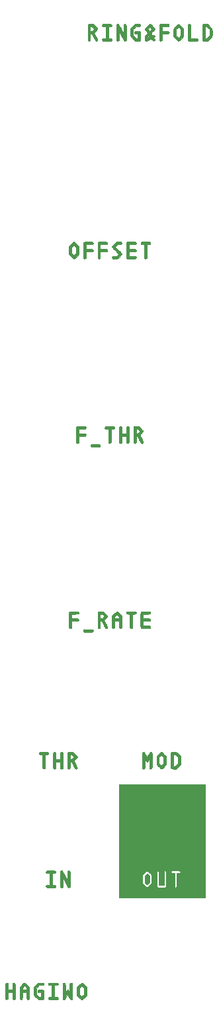
<source format=gbr>
G04 #@! TF.GenerationSoftware,KiCad,Pcbnew,(5.1.10-1-10_14)*
G04 #@! TF.CreationDate,2021-09-13T20:29:14+02:00*
G04 #@! TF.ProjectId,Ring_fold_panel,52696e67-5f66-46f6-9c64-5f70616e656c,rev?*
G04 #@! TF.SameCoordinates,Original*
G04 #@! TF.FileFunction,Legend,Top*
G04 #@! TF.FilePolarity,Positive*
%FSLAX46Y46*%
G04 Gerber Fmt 4.6, Leading zero omitted, Abs format (unit mm)*
G04 Created by KiCad (PCBNEW (5.1.10-1-10_14)) date 2021-09-13 20:29:14*
%MOMM*%
%LPD*%
G01*
G04 APERTURE LIST*
%ADD10C,0.010000*%
G04 APERTURE END LIST*
D10*
G36*
X121603796Y-159061582D02*
G01*
X121644833Y-159088667D01*
X121654680Y-159099749D01*
X121662869Y-159114027D01*
X121669553Y-159135228D01*
X121674884Y-159167078D01*
X121679016Y-159213303D01*
X121682100Y-159277630D01*
X121684290Y-159363786D01*
X121685738Y-159475496D01*
X121686596Y-159616488D01*
X121687018Y-159790488D01*
X121687156Y-160001222D01*
X121687166Y-160122144D01*
X121687166Y-161113287D01*
X121638177Y-161159310D01*
X121570021Y-161198245D01*
X121495647Y-161201161D01*
X121428168Y-161168233D01*
X121415689Y-161156344D01*
X121399723Y-161137360D01*
X121387947Y-161115120D01*
X121379726Y-161083337D01*
X121374423Y-161035724D01*
X121371404Y-160965994D01*
X121370033Y-160867860D01*
X121369673Y-160735035D01*
X121369666Y-160701261D01*
X121369666Y-160295167D01*
X120777000Y-160295167D01*
X120777000Y-160698295D01*
X120776856Y-160838272D01*
X120775944Y-160942248D01*
X120773540Y-161016554D01*
X120768921Y-161067522D01*
X120761365Y-161101485D01*
X120750148Y-161124774D01*
X120734548Y-161143721D01*
X120725045Y-161153379D01*
X120658561Y-161195194D01*
X120585054Y-161203254D01*
X120517971Y-161176946D01*
X120502371Y-161163538D01*
X120465937Y-161113987D01*
X120448654Y-161073580D01*
X120446313Y-161042896D01*
X120444392Y-160974403D01*
X120442919Y-160872624D01*
X120441920Y-160742082D01*
X120441420Y-160587299D01*
X120441447Y-160412799D01*
X120442028Y-160223103D01*
X120442824Y-160076324D01*
X120448916Y-159127232D01*
X120498886Y-159086783D01*
X120570716Y-159051097D01*
X120646412Y-159049491D01*
X120712755Y-159081100D01*
X120733130Y-159102104D01*
X120748522Y-159124319D01*
X120759834Y-159150420D01*
X120767689Y-159186869D01*
X120772710Y-159240130D01*
X120775520Y-159316664D01*
X120776742Y-159422933D01*
X120777000Y-159557188D01*
X120777000Y-159956500D01*
X121369666Y-159956500D01*
X121369666Y-159543750D01*
X121369934Y-159400903D01*
X121371119Y-159294266D01*
X121373789Y-159217717D01*
X121378514Y-159165134D01*
X121385864Y-159130395D01*
X121396409Y-159107378D01*
X121410717Y-159089960D01*
X121412000Y-159088667D01*
X121473045Y-159054306D01*
X121528416Y-159046333D01*
X121603796Y-159061582D01*
G37*
X121603796Y-159061582D02*
X121644833Y-159088667D01*
X121654680Y-159099749D01*
X121662869Y-159114027D01*
X121669553Y-159135228D01*
X121674884Y-159167078D01*
X121679016Y-159213303D01*
X121682100Y-159277630D01*
X121684290Y-159363786D01*
X121685738Y-159475496D01*
X121686596Y-159616488D01*
X121687018Y-159790488D01*
X121687156Y-160001222D01*
X121687166Y-160122144D01*
X121687166Y-161113287D01*
X121638177Y-161159310D01*
X121570021Y-161198245D01*
X121495647Y-161201161D01*
X121428168Y-161168233D01*
X121415689Y-161156344D01*
X121399723Y-161137360D01*
X121387947Y-161115120D01*
X121379726Y-161083337D01*
X121374423Y-161035724D01*
X121371404Y-160965994D01*
X121370033Y-160867860D01*
X121369673Y-160735035D01*
X121369666Y-160701261D01*
X121369666Y-160295167D01*
X120777000Y-160295167D01*
X120777000Y-160698295D01*
X120776856Y-160838272D01*
X120775944Y-160942248D01*
X120773540Y-161016554D01*
X120768921Y-161067522D01*
X120761365Y-161101485D01*
X120750148Y-161124774D01*
X120734548Y-161143721D01*
X120725045Y-161153379D01*
X120658561Y-161195194D01*
X120585054Y-161203254D01*
X120517971Y-161176946D01*
X120502371Y-161163538D01*
X120465937Y-161113987D01*
X120448654Y-161073580D01*
X120446313Y-161042896D01*
X120444392Y-160974403D01*
X120442919Y-160872624D01*
X120441920Y-160742082D01*
X120441420Y-160587299D01*
X120441447Y-160412799D01*
X120442028Y-160223103D01*
X120442824Y-160076324D01*
X120448916Y-159127232D01*
X120498886Y-159086783D01*
X120570716Y-159051097D01*
X120646412Y-159049491D01*
X120712755Y-159081100D01*
X120733130Y-159102104D01*
X120748522Y-159124319D01*
X120759834Y-159150420D01*
X120767689Y-159186869D01*
X120772710Y-159240130D01*
X120775520Y-159316664D01*
X120776742Y-159422933D01*
X120777000Y-159557188D01*
X120777000Y-159956500D01*
X121369666Y-159956500D01*
X121369666Y-159543750D01*
X121369934Y-159400903D01*
X121371119Y-159294266D01*
X121373789Y-159217717D01*
X121378514Y-159165134D01*
X121385864Y-159130395D01*
X121396409Y-159107378D01*
X121410717Y-159089960D01*
X121412000Y-159088667D01*
X121473045Y-159054306D01*
X121528416Y-159046333D01*
X121603796Y-159061582D01*
G36*
X122943104Y-159048331D02*
G01*
X123006788Y-159081597D01*
X123082034Y-159143902D01*
X123175913Y-159235261D01*
X123258497Y-159318517D01*
X123528666Y-159590701D01*
X123528666Y-161101424D01*
X123476712Y-161153379D01*
X123406860Y-161196481D01*
X123328868Y-161201480D01*
X123254202Y-161167790D01*
X123250553Y-161164911D01*
X123233399Y-161149697D01*
X123220588Y-161131679D01*
X123211366Y-161104783D01*
X123204978Y-161062936D01*
X123200671Y-161000062D01*
X123197689Y-160910089D01*
X123195279Y-160786943D01*
X123194033Y-160709827D01*
X123187484Y-160295167D01*
X122618500Y-160295167D01*
X122618500Y-160677218D01*
X122617171Y-160841355D01*
X122612090Y-160967956D01*
X122601618Y-161061764D01*
X122584113Y-161127523D01*
X122557936Y-161169977D01*
X122521446Y-161193870D01*
X122473003Y-161203945D01*
X122435890Y-161205333D01*
X122385138Y-161190734D01*
X122333846Y-161155398D01*
X122331787Y-161153379D01*
X122279833Y-161101424D01*
X122279833Y-159844807D01*
X122618500Y-159844807D01*
X122618500Y-159956500D01*
X123190000Y-159956500D01*
X123190000Y-159845906D01*
X123188713Y-159793276D01*
X123181092Y-159753257D01*
X123161493Y-159715776D01*
X123124273Y-159670764D01*
X123063790Y-159608147D01*
X123047674Y-159591888D01*
X122905349Y-159448463D01*
X122761924Y-159590789D01*
X122695419Y-159657725D01*
X122653496Y-159705090D01*
X122630487Y-159742927D01*
X122620721Y-159781276D01*
X122618529Y-159830180D01*
X122618500Y-159844807D01*
X122279833Y-159844807D01*
X122279833Y-159587880D01*
X122550606Y-159317107D01*
X122662554Y-159205385D01*
X122750705Y-159122632D01*
X122822134Y-159068863D01*
X122883909Y-159044091D01*
X122943104Y-159048331D01*
G37*
X122943104Y-159048331D02*
X123006788Y-159081597D01*
X123082034Y-159143902D01*
X123175913Y-159235261D01*
X123258497Y-159318517D01*
X123528666Y-159590701D01*
X123528666Y-161101424D01*
X123476712Y-161153379D01*
X123406860Y-161196481D01*
X123328868Y-161201480D01*
X123254202Y-161167790D01*
X123250553Y-161164911D01*
X123233399Y-161149697D01*
X123220588Y-161131679D01*
X123211366Y-161104783D01*
X123204978Y-161062936D01*
X123200671Y-161000062D01*
X123197689Y-160910089D01*
X123195279Y-160786943D01*
X123194033Y-160709827D01*
X123187484Y-160295167D01*
X122618500Y-160295167D01*
X122618500Y-160677218D01*
X122617171Y-160841355D01*
X122612090Y-160967956D01*
X122601618Y-161061764D01*
X122584113Y-161127523D01*
X122557936Y-161169977D01*
X122521446Y-161193870D01*
X122473003Y-161203945D01*
X122435890Y-161205333D01*
X122385138Y-161190734D01*
X122333846Y-161155398D01*
X122331787Y-161153379D01*
X122279833Y-161101424D01*
X122279833Y-159844807D01*
X122618500Y-159844807D01*
X122618500Y-159956500D01*
X123190000Y-159956500D01*
X123190000Y-159845906D01*
X123188713Y-159793276D01*
X123181092Y-159753257D01*
X123161493Y-159715776D01*
X123124273Y-159670764D01*
X123063790Y-159608147D01*
X123047674Y-159591888D01*
X122905349Y-159448463D01*
X122761924Y-159590789D01*
X122695419Y-159657725D01*
X122653496Y-159705090D01*
X122630487Y-159742927D01*
X122620721Y-159781276D01*
X122618529Y-159830180D01*
X122618500Y-159844807D01*
X122279833Y-159844807D01*
X122279833Y-159587880D01*
X122550606Y-159317107D01*
X122662554Y-159205385D01*
X122750705Y-159122632D01*
X122822134Y-159068863D01*
X122883909Y-159044091D01*
X122943104Y-159048331D01*
G36*
X125101522Y-159048020D02*
G01*
X125204286Y-159054537D01*
X125275700Y-159068073D01*
X125321215Y-159090816D01*
X125346281Y-159124954D01*
X125356348Y-159172673D01*
X125357466Y-159205083D01*
X125351254Y-159266763D01*
X125328831Y-159310607D01*
X125284524Y-159339402D01*
X125212655Y-159355932D01*
X125107548Y-159362985D01*
X125034005Y-159363833D01*
X124808367Y-159363833D01*
X124438833Y-159735087D01*
X124438833Y-160497132D01*
X124624460Y-160681899D01*
X124810087Y-160866667D01*
X125031500Y-160866667D01*
X125031500Y-160295167D01*
X124873745Y-160295167D01*
X124788562Y-160291998D01*
X124713840Y-160283669D01*
X124665086Y-160271943D01*
X124663509Y-160271254D01*
X124608007Y-160225459D01*
X124578721Y-160159259D01*
X124576949Y-160086235D01*
X124603984Y-160019969D01*
X124636461Y-159987756D01*
X124666928Y-159974141D01*
X124716948Y-159964926D01*
X124793049Y-159959508D01*
X124901760Y-159957283D01*
X124967418Y-159957173D01*
X125095491Y-159958560D01*
X125188174Y-159963402D01*
X125252385Y-159973761D01*
X125295044Y-159991701D01*
X125323072Y-160019287D01*
X125343387Y-160058582D01*
X125348167Y-160070728D01*
X125355625Y-160112209D01*
X125361528Y-160188007D01*
X125365876Y-160290133D01*
X125368668Y-160410598D01*
X125369906Y-160541415D01*
X125369588Y-160674594D01*
X125367715Y-160802147D01*
X125364287Y-160916086D01*
X125359305Y-161008422D01*
X125352767Y-161071167D01*
X125348167Y-161091105D01*
X125329015Y-161133255D01*
X125304114Y-161163445D01*
X125266643Y-161183666D01*
X125209780Y-161195911D01*
X125126706Y-161202171D01*
X125010599Y-161204438D01*
X124959304Y-161204660D01*
X124664858Y-161205333D01*
X124403095Y-160946549D01*
X124289759Y-160831828D01*
X124206756Y-160741465D01*
X124151824Y-160672806D01*
X124122703Y-160623197D01*
X124119105Y-160613174D01*
X124111678Y-160564505D01*
X124106349Y-160478176D01*
X124103248Y-160358816D01*
X124102503Y-160211053D01*
X124103814Y-160066953D01*
X124110750Y-159595323D01*
X124387511Y-159320828D01*
X124664273Y-159046333D01*
X124961958Y-159046333D01*
X125101522Y-159048020D01*
G37*
X125101522Y-159048020D02*
X125204286Y-159054537D01*
X125275700Y-159068073D01*
X125321215Y-159090816D01*
X125346281Y-159124954D01*
X125356348Y-159172673D01*
X125357466Y-159205083D01*
X125351254Y-159266763D01*
X125328831Y-159310607D01*
X125284524Y-159339402D01*
X125212655Y-159355932D01*
X125107548Y-159362985D01*
X125034005Y-159363833D01*
X124808367Y-159363833D01*
X124438833Y-159735087D01*
X124438833Y-160497132D01*
X124624460Y-160681899D01*
X124810087Y-160866667D01*
X125031500Y-160866667D01*
X125031500Y-160295167D01*
X124873745Y-160295167D01*
X124788562Y-160291998D01*
X124713840Y-160283669D01*
X124665086Y-160271943D01*
X124663509Y-160271254D01*
X124608007Y-160225459D01*
X124578721Y-160159259D01*
X124576949Y-160086235D01*
X124603984Y-160019969D01*
X124636461Y-159987756D01*
X124666928Y-159974141D01*
X124716948Y-159964926D01*
X124793049Y-159959508D01*
X124901760Y-159957283D01*
X124967418Y-159957173D01*
X125095491Y-159958560D01*
X125188174Y-159963402D01*
X125252385Y-159973761D01*
X125295044Y-159991701D01*
X125323072Y-160019287D01*
X125343387Y-160058582D01*
X125348167Y-160070728D01*
X125355625Y-160112209D01*
X125361528Y-160188007D01*
X125365876Y-160290133D01*
X125368668Y-160410598D01*
X125369906Y-160541415D01*
X125369588Y-160674594D01*
X125367715Y-160802147D01*
X125364287Y-160916086D01*
X125359305Y-161008422D01*
X125352767Y-161071167D01*
X125348167Y-161091105D01*
X125329015Y-161133255D01*
X125304114Y-161163445D01*
X125266643Y-161183666D01*
X125209780Y-161195911D01*
X125126706Y-161202171D01*
X125010599Y-161204438D01*
X124959304Y-161204660D01*
X124664858Y-161205333D01*
X124403095Y-160946549D01*
X124289759Y-160831828D01*
X124206756Y-160741465D01*
X124151824Y-160672806D01*
X124122703Y-160623197D01*
X124119105Y-160613174D01*
X124111678Y-160564505D01*
X124106349Y-160478176D01*
X124103248Y-160358816D01*
X124102503Y-160211053D01*
X124103814Y-160066953D01*
X124110750Y-159595323D01*
X124387511Y-159320828D01*
X124664273Y-159046333D01*
X124961958Y-159046333D01*
X125101522Y-159048020D01*
G36*
X126727929Y-159046419D02*
G01*
X126854881Y-159046974D01*
X126950073Y-159048445D01*
X127018790Y-159051277D01*
X127066318Y-159055917D01*
X127097944Y-159062810D01*
X127118955Y-159072403D01*
X127134636Y-159085142D01*
X127144477Y-159095322D01*
X127183411Y-159163479D01*
X127186327Y-159237852D01*
X127153399Y-159305332D01*
X127141510Y-159317810D01*
X127110623Y-159341302D01*
X127072271Y-159355243D01*
X127015157Y-159361971D01*
X126927986Y-159363825D01*
X126919260Y-159363833D01*
X126746000Y-159363833D01*
X126746000Y-160862322D01*
X126927788Y-160869788D01*
X127018605Y-160874774D01*
X127077486Y-160882469D01*
X127114828Y-160895559D01*
X127141029Y-160916731D01*
X127150038Y-160927222D01*
X127185731Y-160999042D01*
X127187344Y-161074735D01*
X127155742Y-161141079D01*
X127134728Y-161161464D01*
X127115278Y-161175173D01*
X127092535Y-161185689D01*
X127060992Y-161193432D01*
X127015145Y-161198825D01*
X126949486Y-161202290D01*
X126858512Y-161204248D01*
X126736715Y-161205121D01*
X126578590Y-161205332D01*
X126562266Y-161205333D01*
X126045575Y-161205333D01*
X125993621Y-161153379D01*
X125950525Y-161090913D01*
X125945874Y-161022664D01*
X125965167Y-160965247D01*
X125998878Y-160918374D01*
X126053649Y-160887893D01*
X126136288Y-160871445D01*
X126249579Y-160866667D01*
X126407333Y-160866667D01*
X126407333Y-159363833D01*
X126218369Y-159363833D01*
X126127357Y-159363048D01*
X126068435Y-159359059D01*
X126031367Y-159349413D01*
X126005916Y-159331658D01*
X125985536Y-159308062D01*
X125954616Y-159254953D01*
X125941667Y-159205288D01*
X125941666Y-159205083D01*
X125954490Y-159155507D01*
X125985346Y-159102346D01*
X125985536Y-159102104D01*
X126029405Y-159046333D01*
X126563929Y-159046333D01*
X126727929Y-159046419D01*
G37*
X126727929Y-159046419D02*
X126854881Y-159046974D01*
X126950073Y-159048445D01*
X127018790Y-159051277D01*
X127066318Y-159055917D01*
X127097944Y-159062810D01*
X127118955Y-159072403D01*
X127134636Y-159085142D01*
X127144477Y-159095322D01*
X127183411Y-159163479D01*
X127186327Y-159237852D01*
X127153399Y-159305332D01*
X127141510Y-159317810D01*
X127110623Y-159341302D01*
X127072271Y-159355243D01*
X127015157Y-159361971D01*
X126927986Y-159363825D01*
X126919260Y-159363833D01*
X126746000Y-159363833D01*
X126746000Y-160862322D01*
X126927788Y-160869788D01*
X127018605Y-160874774D01*
X127077486Y-160882469D01*
X127114828Y-160895559D01*
X127141029Y-160916731D01*
X127150038Y-160927222D01*
X127185731Y-160999042D01*
X127187344Y-161074735D01*
X127155742Y-161141079D01*
X127134728Y-161161464D01*
X127115278Y-161175173D01*
X127092535Y-161185689D01*
X127060992Y-161193432D01*
X127015145Y-161198825D01*
X126949486Y-161202290D01*
X126858512Y-161204248D01*
X126736715Y-161205121D01*
X126578590Y-161205332D01*
X126562266Y-161205333D01*
X126045575Y-161205333D01*
X125993621Y-161153379D01*
X125950525Y-161090913D01*
X125945874Y-161022664D01*
X125965167Y-160965247D01*
X125998878Y-160918374D01*
X126053649Y-160887893D01*
X126136288Y-160871445D01*
X126249579Y-160866667D01*
X126407333Y-160866667D01*
X126407333Y-159363833D01*
X126218369Y-159363833D01*
X126127357Y-159363048D01*
X126068435Y-159359059D01*
X126031367Y-159349413D01*
X126005916Y-159331658D01*
X125985536Y-159308062D01*
X125954616Y-159254953D01*
X125941667Y-159205288D01*
X125941666Y-159205083D01*
X125954490Y-159155507D01*
X125985346Y-159102346D01*
X125985536Y-159102104D01*
X126029405Y-159046333D01*
X126563929Y-159046333D01*
X126727929Y-159046419D01*
G36*
X128929134Y-159055205D02*
G01*
X128975982Y-159087764D01*
X128988130Y-159102104D01*
X128998507Y-159116383D01*
X129007102Y-159133001D01*
X129014082Y-159155814D01*
X129019613Y-159188679D01*
X129023860Y-159235450D01*
X129026992Y-159299985D01*
X129029172Y-159386139D01*
X129030568Y-159497769D01*
X129031346Y-159638730D01*
X129031672Y-159812879D01*
X129031712Y-160024071D01*
X129031687Y-160112813D01*
X129031522Y-160349473D01*
X129030946Y-160547416D01*
X129029588Y-160710260D01*
X129027073Y-160841620D01*
X129023031Y-160945114D01*
X129017088Y-161024357D01*
X129008872Y-161082968D01*
X128998011Y-161124562D01*
X128984132Y-161152757D01*
X128966863Y-161171168D01*
X128945831Y-161183413D01*
X128920663Y-161193109D01*
X128920425Y-161193193D01*
X128872628Y-161206248D01*
X128831418Y-161205851D01*
X128792862Y-161187941D01*
X128753027Y-161148455D01*
X128707978Y-161083335D01*
X128653784Y-160988518D01*
X128586511Y-160859943D01*
X128574079Y-160835591D01*
X128401908Y-160497598D01*
X128249098Y-160803841D01*
X128194091Y-160911633D01*
X128142119Y-161009042D01*
X128097487Y-161088316D01*
X128064503Y-161141707D01*
X128052454Y-161157708D01*
X127990144Y-161197574D01*
X127917194Y-161199862D01*
X127842767Y-161164413D01*
X127838937Y-161161464D01*
X127783166Y-161117594D01*
X127783166Y-160128288D01*
X127783215Y-159897976D01*
X127783464Y-159706251D01*
X127784071Y-159549369D01*
X127785191Y-159423583D01*
X127786980Y-159325148D01*
X127789595Y-159250319D01*
X127793192Y-159195349D01*
X127797926Y-159156493D01*
X127803953Y-159130007D01*
X127811431Y-159112143D01*
X127820514Y-159099157D01*
X127826324Y-159092658D01*
X127886427Y-159056107D01*
X127962486Y-159046837D01*
X128036331Y-159067053D01*
X128060811Y-159085145D01*
X128080259Y-159113364D01*
X128095242Y-159156264D01*
X128106329Y-159218405D01*
X128114087Y-159304343D01*
X128119083Y-159418636D01*
X128121884Y-159565840D01*
X128123058Y-159750513D01*
X128123091Y-159763867D01*
X128124349Y-160305750D01*
X128201393Y-160153112D01*
X128251396Y-160062994D01*
X128294801Y-160006383D01*
X128337095Y-159976215D01*
X128339701Y-159975098D01*
X128402214Y-159958475D01*
X128456037Y-159968100D01*
X128506727Y-160007834D01*
X128559844Y-160081535D01*
X128602648Y-160157681D01*
X128691881Y-160326917D01*
X128692607Y-159742396D01*
X128692957Y-159569400D01*
X128693765Y-159433624D01*
X128695387Y-159329956D01*
X128698180Y-159253283D01*
X128702498Y-159198491D01*
X128708699Y-159160470D01*
X128717138Y-159134104D01*
X128728171Y-159114282D01*
X128737202Y-159102104D01*
X128782167Y-159061443D01*
X128841219Y-159046926D01*
X128862666Y-159046333D01*
X128929134Y-159055205D01*
G37*
X128929134Y-159055205D02*
X128975982Y-159087764D01*
X128988130Y-159102104D01*
X128998507Y-159116383D01*
X129007102Y-159133001D01*
X129014082Y-159155814D01*
X129019613Y-159188679D01*
X129023860Y-159235450D01*
X129026992Y-159299985D01*
X129029172Y-159386139D01*
X129030568Y-159497769D01*
X129031346Y-159638730D01*
X129031672Y-159812879D01*
X129031712Y-160024071D01*
X129031687Y-160112813D01*
X129031522Y-160349473D01*
X129030946Y-160547416D01*
X129029588Y-160710260D01*
X129027073Y-160841620D01*
X129023031Y-160945114D01*
X129017088Y-161024357D01*
X129008872Y-161082968D01*
X128998011Y-161124562D01*
X128984132Y-161152757D01*
X128966863Y-161171168D01*
X128945831Y-161183413D01*
X128920663Y-161193109D01*
X128920425Y-161193193D01*
X128872628Y-161206248D01*
X128831418Y-161205851D01*
X128792862Y-161187941D01*
X128753027Y-161148455D01*
X128707978Y-161083335D01*
X128653784Y-160988518D01*
X128586511Y-160859943D01*
X128574079Y-160835591D01*
X128401908Y-160497598D01*
X128249098Y-160803841D01*
X128194091Y-160911633D01*
X128142119Y-161009042D01*
X128097487Y-161088316D01*
X128064503Y-161141707D01*
X128052454Y-161157708D01*
X127990144Y-161197574D01*
X127917194Y-161199862D01*
X127842767Y-161164413D01*
X127838937Y-161161464D01*
X127783166Y-161117594D01*
X127783166Y-160128288D01*
X127783215Y-159897976D01*
X127783464Y-159706251D01*
X127784071Y-159549369D01*
X127785191Y-159423583D01*
X127786980Y-159325148D01*
X127789595Y-159250319D01*
X127793192Y-159195349D01*
X127797926Y-159156493D01*
X127803953Y-159130007D01*
X127811431Y-159112143D01*
X127820514Y-159099157D01*
X127826324Y-159092658D01*
X127886427Y-159056107D01*
X127962486Y-159046837D01*
X128036331Y-159067053D01*
X128060811Y-159085145D01*
X128080259Y-159113364D01*
X128095242Y-159156264D01*
X128106329Y-159218405D01*
X128114087Y-159304343D01*
X128119083Y-159418636D01*
X128121884Y-159565840D01*
X128123058Y-159750513D01*
X128123091Y-159763867D01*
X128124349Y-160305750D01*
X128201393Y-160153112D01*
X128251396Y-160062994D01*
X128294801Y-160006383D01*
X128337095Y-159976215D01*
X128339701Y-159975098D01*
X128402214Y-159958475D01*
X128456037Y-159968100D01*
X128506727Y-160007834D01*
X128559844Y-160081535D01*
X128602648Y-160157681D01*
X128691881Y-160326917D01*
X128692607Y-159742396D01*
X128692957Y-159569400D01*
X128693765Y-159433624D01*
X128695387Y-159329956D01*
X128698180Y-159253283D01*
X128702498Y-159198491D01*
X128708699Y-159160470D01*
X128717138Y-159134104D01*
X128728171Y-159114282D01*
X128737202Y-159102104D01*
X128782167Y-159061443D01*
X128841219Y-159046926D01*
X128862666Y-159046333D01*
X128929134Y-159055205D01*
G36*
X130272523Y-159052588D02*
G01*
X130333738Y-159084242D01*
X130406314Y-159144284D01*
X130497337Y-159232665D01*
X130581559Y-159317107D01*
X130852333Y-159587880D01*
X130852333Y-160663786D01*
X130581559Y-160934560D01*
X130472702Y-161043565D01*
X130387541Y-161124410D01*
X130318972Y-161177055D01*
X130259895Y-161201463D01*
X130203204Y-161197594D01*
X130141798Y-161165409D01*
X130068574Y-161104871D01*
X129976430Y-161015940D01*
X129890844Y-160930797D01*
X129614083Y-160656260D01*
X129614083Y-159733114D01*
X129942166Y-159733114D01*
X129942166Y-160516354D01*
X130226850Y-160803236D01*
X130380842Y-160650273D01*
X130534833Y-160497309D01*
X130534833Y-159733114D01*
X130386666Y-159586083D01*
X130238500Y-159439052D01*
X129942166Y-159733114D01*
X129614083Y-159733114D01*
X129614083Y-159597279D01*
X129888944Y-159321806D01*
X129999608Y-159210803D01*
X130086213Y-159128429D01*
X130155845Y-159074633D01*
X130215587Y-159049369D01*
X130272523Y-159052588D01*
G37*
X130272523Y-159052588D02*
X130333738Y-159084242D01*
X130406314Y-159144284D01*
X130497337Y-159232665D01*
X130581559Y-159317107D01*
X130852333Y-159587880D01*
X130852333Y-160663786D01*
X130581559Y-160934560D01*
X130472702Y-161043565D01*
X130387541Y-161124410D01*
X130318972Y-161177055D01*
X130259895Y-161201463D01*
X130203204Y-161197594D01*
X130141798Y-161165409D01*
X130068574Y-161104871D01*
X129976430Y-161015940D01*
X129890844Y-160930797D01*
X129614083Y-160656260D01*
X129614083Y-159733114D01*
X129942166Y-159733114D01*
X129942166Y-160516354D01*
X130226850Y-160803236D01*
X130380842Y-160650273D01*
X130534833Y-160497309D01*
X130534833Y-159733114D01*
X130386666Y-159586083D01*
X130238500Y-159439052D01*
X129942166Y-159733114D01*
X129614083Y-159733114D01*
X129614083Y-159597279D01*
X129888944Y-159321806D01*
X129999608Y-159210803D01*
X130086213Y-159128429D01*
X130155845Y-159074633D01*
X130215587Y-159049369D01*
X130272523Y-159052588D01*
G36*
X145986500Y-148124333D02*
G01*
X134979833Y-148124333D01*
X134979833Y-145263276D01*
X137985500Y-145263276D01*
X137985500Y-146312786D01*
X138256273Y-146583560D01*
X138357216Y-146683400D01*
X138433925Y-146756214D01*
X138491128Y-146805854D01*
X138533552Y-146836169D01*
X138565925Y-146851009D01*
X138588750Y-146854333D01*
X138616342Y-146849492D01*
X138650024Y-146832402D01*
X138694525Y-146799213D01*
X138754572Y-146746074D01*
X138834892Y-146669136D01*
X138921226Y-146583560D01*
X139192000Y-146312786D01*
X139192000Y-145534835D01*
X139809227Y-145534835D01*
X139810249Y-145786581D01*
X139810481Y-145824987D01*
X139816416Y-146773434D01*
X139866386Y-146813884D01*
X139884998Y-146826682D01*
X139908830Y-146836469D01*
X139943376Y-146843644D01*
X139994136Y-146848607D01*
X140066607Y-146851757D01*
X140166284Y-146853494D01*
X140298666Y-146854216D01*
X140422973Y-146854333D01*
X140929590Y-146854333D01*
X140981545Y-146802379D01*
X141033500Y-146750424D01*
X141033500Y-145788724D01*
X141033399Y-145560677D01*
X141033004Y-145371196D01*
X141032177Y-145216514D01*
X141030778Y-145092863D01*
X141028669Y-144996476D01*
X141025711Y-144923586D01*
X141024527Y-144907630D01*
X141652196Y-144907630D01*
X141677308Y-144961163D01*
X141698946Y-144981524D01*
X141734353Y-144995361D01*
X141792453Y-145004701D01*
X141882167Y-145011569D01*
X141904850Y-145012833D01*
X142102416Y-145023417D01*
X142113000Y-145908846D01*
X142115671Y-146125908D01*
X142118154Y-146304541D01*
X142120668Y-146448648D01*
X142123434Y-146562132D01*
X142126671Y-146648895D01*
X142130601Y-146712841D01*
X142135443Y-146757872D01*
X142141417Y-146787890D01*
X142148745Y-146806799D01*
X142157646Y-146818501D01*
X142164670Y-146824304D01*
X142234219Y-146852154D01*
X142305541Y-146839536D01*
X142357378Y-146802379D01*
X142409333Y-146750424D01*
X142409333Y-145012833D01*
X142592874Y-145012833D01*
X142704498Y-145008909D01*
X142780361Y-144994993D01*
X142826489Y-144967867D01*
X142848910Y-144924312D01*
X142853833Y-144873506D01*
X142838649Y-144805735D01*
X142798062Y-144760369D01*
X142778192Y-144746399D01*
X142754945Y-144735753D01*
X142722671Y-144727981D01*
X142675724Y-144722633D01*
X142608455Y-144719261D01*
X142515218Y-144717414D01*
X142390363Y-144716644D01*
X142246766Y-144716500D01*
X141751242Y-144716500D01*
X141699287Y-144768454D01*
X141655835Y-144836028D01*
X141652196Y-144907630D01*
X141024527Y-144907630D01*
X141021765Y-144870425D01*
X141016693Y-144833227D01*
X141010355Y-144808224D01*
X141002613Y-144791648D01*
X140996458Y-144783247D01*
X140933289Y-144735161D01*
X140863285Y-144727091D01*
X140794458Y-144759173D01*
X140737166Y-144804239D01*
X140737166Y-146559132D01*
X140424958Y-146553274D01*
X140112750Y-146547417D01*
X140102166Y-145665453D01*
X140099655Y-145476425D01*
X140096853Y-145300824D01*
X140093867Y-145143103D01*
X140090802Y-145007714D01*
X140087763Y-144899111D01*
X140084858Y-144821746D01*
X140082190Y-144780073D01*
X140081000Y-144774028D01*
X140055974Y-144758019D01*
X140020871Y-144738761D01*
X139955966Y-144726373D01*
X139890891Y-144747764D01*
X139839965Y-144796934D01*
X139828172Y-144819502D01*
X139821890Y-144852003D01*
X139816894Y-144917075D01*
X139813159Y-145016307D01*
X139810654Y-145151286D01*
X139809353Y-145323599D01*
X139809227Y-145534835D01*
X139192000Y-145534835D01*
X139192000Y-145263554D01*
X138953875Y-145019691D01*
X138846262Y-144911061D01*
X138762133Y-144830748D01*
X138696718Y-144775542D01*
X138645250Y-144742231D01*
X138602958Y-144727606D01*
X138565076Y-144728455D01*
X138535295Y-144737889D01*
X138500574Y-144761092D01*
X138443167Y-144809245D01*
X138369492Y-144876554D01*
X138285967Y-144957228D01*
X138230552Y-145012945D01*
X137985500Y-145263276D01*
X134979833Y-145263276D01*
X134979833Y-133688667D01*
X145986500Y-133688667D01*
X145986500Y-148124333D01*
G37*
X145986500Y-148124333D02*
X134979833Y-148124333D01*
X134979833Y-145263276D01*
X137985500Y-145263276D01*
X137985500Y-146312786D01*
X138256273Y-146583560D01*
X138357216Y-146683400D01*
X138433925Y-146756214D01*
X138491128Y-146805854D01*
X138533552Y-146836169D01*
X138565925Y-146851009D01*
X138588750Y-146854333D01*
X138616342Y-146849492D01*
X138650024Y-146832402D01*
X138694525Y-146799213D01*
X138754572Y-146746074D01*
X138834892Y-146669136D01*
X138921226Y-146583560D01*
X139192000Y-146312786D01*
X139192000Y-145534835D01*
X139809227Y-145534835D01*
X139810249Y-145786581D01*
X139810481Y-145824987D01*
X139816416Y-146773434D01*
X139866386Y-146813884D01*
X139884998Y-146826682D01*
X139908830Y-146836469D01*
X139943376Y-146843644D01*
X139994136Y-146848607D01*
X140066607Y-146851757D01*
X140166284Y-146853494D01*
X140298666Y-146854216D01*
X140422973Y-146854333D01*
X140929590Y-146854333D01*
X140981545Y-146802379D01*
X141033500Y-146750424D01*
X141033500Y-145788724D01*
X141033399Y-145560677D01*
X141033004Y-145371196D01*
X141032177Y-145216514D01*
X141030778Y-145092863D01*
X141028669Y-144996476D01*
X141025711Y-144923586D01*
X141024527Y-144907630D01*
X141652196Y-144907630D01*
X141677308Y-144961163D01*
X141698946Y-144981524D01*
X141734353Y-144995361D01*
X141792453Y-145004701D01*
X141882167Y-145011569D01*
X141904850Y-145012833D01*
X142102416Y-145023417D01*
X142113000Y-145908846D01*
X142115671Y-146125908D01*
X142118154Y-146304541D01*
X142120668Y-146448648D01*
X142123434Y-146562132D01*
X142126671Y-146648895D01*
X142130601Y-146712841D01*
X142135443Y-146757872D01*
X142141417Y-146787890D01*
X142148745Y-146806799D01*
X142157646Y-146818501D01*
X142164670Y-146824304D01*
X142234219Y-146852154D01*
X142305541Y-146839536D01*
X142357378Y-146802379D01*
X142409333Y-146750424D01*
X142409333Y-145012833D01*
X142592874Y-145012833D01*
X142704498Y-145008909D01*
X142780361Y-144994993D01*
X142826489Y-144967867D01*
X142848910Y-144924312D01*
X142853833Y-144873506D01*
X142838649Y-144805735D01*
X142798062Y-144760369D01*
X142778192Y-144746399D01*
X142754945Y-144735753D01*
X142722671Y-144727981D01*
X142675724Y-144722633D01*
X142608455Y-144719261D01*
X142515218Y-144717414D01*
X142390363Y-144716644D01*
X142246766Y-144716500D01*
X141751242Y-144716500D01*
X141699287Y-144768454D01*
X141655835Y-144836028D01*
X141652196Y-144907630D01*
X141024527Y-144907630D01*
X141021765Y-144870425D01*
X141016693Y-144833227D01*
X141010355Y-144808224D01*
X141002613Y-144791648D01*
X140996458Y-144783247D01*
X140933289Y-144735161D01*
X140863285Y-144727091D01*
X140794458Y-144759173D01*
X140737166Y-144804239D01*
X140737166Y-146559132D01*
X140424958Y-146553274D01*
X140112750Y-146547417D01*
X140102166Y-145665453D01*
X140099655Y-145476425D01*
X140096853Y-145300824D01*
X140093867Y-145143103D01*
X140090802Y-145007714D01*
X140087763Y-144899111D01*
X140084858Y-144821746D01*
X140082190Y-144780073D01*
X140081000Y-144774028D01*
X140055974Y-144758019D01*
X140020871Y-144738761D01*
X139955966Y-144726373D01*
X139890891Y-144747764D01*
X139839965Y-144796934D01*
X139828172Y-144819502D01*
X139821890Y-144852003D01*
X139816894Y-144917075D01*
X139813159Y-145016307D01*
X139810654Y-145151286D01*
X139809353Y-145323599D01*
X139809227Y-145534835D01*
X139192000Y-145534835D01*
X139192000Y-145263554D01*
X138953875Y-145019691D01*
X138846262Y-144911061D01*
X138762133Y-144830748D01*
X138696718Y-144775542D01*
X138645250Y-144742231D01*
X138602958Y-144727606D01*
X138565076Y-144728455D01*
X138535295Y-144737889D01*
X138500574Y-144761092D01*
X138443167Y-144809245D01*
X138369492Y-144876554D01*
X138285967Y-144957228D01*
X138230552Y-145012945D01*
X137985500Y-145263276D01*
X134979833Y-145263276D01*
X134979833Y-133688667D01*
X145986500Y-133688667D01*
X145986500Y-148124333D01*
G36*
X126590793Y-144698950D02*
G01*
X126677236Y-144701126D01*
X126731169Y-144704311D01*
X126740791Y-144705607D01*
X126821329Y-144737833D01*
X126872826Y-144793566D01*
X126891705Y-144863899D01*
X126874387Y-144939923D01*
X126850297Y-144978229D01*
X126826651Y-145004908D01*
X126800183Y-145021372D01*
X126760657Y-145030073D01*
X126697834Y-145033463D01*
X126617463Y-145034000D01*
X126428500Y-145034000D01*
X126428500Y-146536833D01*
X126609378Y-146536833D01*
X126699644Y-146537977D01*
X126758703Y-146543058D01*
X126797656Y-146554555D01*
X126827605Y-146574945D01*
X126842212Y-146588788D01*
X126885493Y-146656986D01*
X126894166Y-146706167D01*
X126874379Y-146780456D01*
X126842212Y-146823545D01*
X126790257Y-146875500D01*
X125749242Y-146875500D01*
X125697287Y-146823545D01*
X125654184Y-146753695D01*
X125649188Y-146675712D01*
X125682882Y-146601061D01*
X125685783Y-146597386D01*
X125709553Y-146573188D01*
X125740034Y-146557621D01*
X125787210Y-146548222D01*
X125861068Y-146542533D01*
X125918616Y-146540019D01*
X126111000Y-146532621D01*
X126111000Y-145034000D01*
X125930121Y-145034000D01*
X125839855Y-145032856D01*
X125780796Y-145027775D01*
X125741843Y-145016278D01*
X125711894Y-144995888D01*
X125697287Y-144982045D01*
X125653778Y-144914897D01*
X125652189Y-144843578D01*
X125692525Y-144769879D01*
X125696378Y-144765305D01*
X125747423Y-144705917D01*
X126209670Y-144699340D01*
X126349684Y-144697971D01*
X126479167Y-144697870D01*
X126590793Y-144698950D01*
G37*
X126590793Y-144698950D02*
X126677236Y-144701126D01*
X126731169Y-144704311D01*
X126740791Y-144705607D01*
X126821329Y-144737833D01*
X126872826Y-144793566D01*
X126891705Y-144863899D01*
X126874387Y-144939923D01*
X126850297Y-144978229D01*
X126826651Y-145004908D01*
X126800183Y-145021372D01*
X126760657Y-145030073D01*
X126697834Y-145033463D01*
X126617463Y-145034000D01*
X126428500Y-145034000D01*
X126428500Y-146536833D01*
X126609378Y-146536833D01*
X126699644Y-146537977D01*
X126758703Y-146543058D01*
X126797656Y-146554555D01*
X126827605Y-146574945D01*
X126842212Y-146588788D01*
X126885493Y-146656986D01*
X126894166Y-146706167D01*
X126874379Y-146780456D01*
X126842212Y-146823545D01*
X126790257Y-146875500D01*
X125749242Y-146875500D01*
X125697287Y-146823545D01*
X125654184Y-146753695D01*
X125649188Y-146675712D01*
X125682882Y-146601061D01*
X125685783Y-146597386D01*
X125709553Y-146573188D01*
X125740034Y-146557621D01*
X125787210Y-146548222D01*
X125861068Y-146542533D01*
X125918616Y-146540019D01*
X126111000Y-146532621D01*
X126111000Y-145034000D01*
X125930121Y-145034000D01*
X125839855Y-145032856D01*
X125780796Y-145027775D01*
X125741843Y-145016278D01*
X125711894Y-144995888D01*
X125697287Y-144982045D01*
X125653778Y-144914897D01*
X125652189Y-144843578D01*
X125692525Y-144769879D01*
X125696378Y-144765305D01*
X125747423Y-144705917D01*
X126209670Y-144699340D01*
X126349684Y-144697971D01*
X126479167Y-144697870D01*
X126590793Y-144698950D01*
G36*
X127690384Y-144711547D02*
G01*
X127721121Y-144732254D01*
X127755167Y-144770224D01*
X127795024Y-144828803D01*
X127843192Y-144911337D01*
X127902171Y-145021171D01*
X127974462Y-145161652D01*
X128062566Y-145336125D01*
X128080466Y-145371734D01*
X128394710Y-145997083D01*
X128395855Y-145402814D01*
X128397000Y-144808546D01*
X128449432Y-144759288D01*
X128519979Y-144718094D01*
X128595999Y-144714432D01*
X128666046Y-144747819D01*
X128688041Y-144769330D01*
X128735666Y-144824694D01*
X128735666Y-145775018D01*
X128735228Y-146033273D01*
X128733891Y-146250669D01*
X128731619Y-146428669D01*
X128728377Y-146568740D01*
X128724132Y-146672346D01*
X128718847Y-146740951D01*
X128712488Y-146776020D01*
X128711754Y-146777823D01*
X128665728Y-146832800D01*
X128597168Y-146865012D01*
X128522798Y-146867529D01*
X128506142Y-146863014D01*
X128487966Y-146852561D01*
X128466481Y-146830563D01*
X128439571Y-146793352D01*
X128405115Y-146737261D01*
X128360996Y-146658624D01*
X128305094Y-146553772D01*
X128235291Y-146419038D01*
X128149469Y-146250754D01*
X128128170Y-146208750D01*
X127806423Y-145573750D01*
X127805378Y-146180755D01*
X127804333Y-146787761D01*
X127748562Y-146831630D01*
X127695453Y-146862550D01*
X127645788Y-146875499D01*
X127645583Y-146875500D01*
X127596007Y-146862676D01*
X127542846Y-146831820D01*
X127542604Y-146831630D01*
X127486833Y-146787761D01*
X127486833Y-145803655D01*
X127487280Y-145567825D01*
X127488585Y-145357698D01*
X127490694Y-145175920D01*
X127493555Y-145025138D01*
X127497113Y-144908001D01*
X127501314Y-144827154D01*
X127506105Y-144785245D01*
X127507553Y-144780835D01*
X127541570Y-144746601D01*
X127593024Y-144719547D01*
X127628836Y-144708539D01*
X127660456Y-144704757D01*
X127690384Y-144711547D01*
G37*
X127690384Y-144711547D02*
X127721121Y-144732254D01*
X127755167Y-144770224D01*
X127795024Y-144828803D01*
X127843192Y-144911337D01*
X127902171Y-145021171D01*
X127974462Y-145161652D01*
X128062566Y-145336125D01*
X128080466Y-145371734D01*
X128394710Y-145997083D01*
X128395855Y-145402814D01*
X128397000Y-144808546D01*
X128449432Y-144759288D01*
X128519979Y-144718094D01*
X128595999Y-144714432D01*
X128666046Y-144747819D01*
X128688041Y-144769330D01*
X128735666Y-144824694D01*
X128735666Y-145775018D01*
X128735228Y-146033273D01*
X128733891Y-146250669D01*
X128731619Y-146428669D01*
X128728377Y-146568740D01*
X128724132Y-146672346D01*
X128718847Y-146740951D01*
X128712488Y-146776020D01*
X128711754Y-146777823D01*
X128665728Y-146832800D01*
X128597168Y-146865012D01*
X128522798Y-146867529D01*
X128506142Y-146863014D01*
X128487966Y-146852561D01*
X128466481Y-146830563D01*
X128439571Y-146793352D01*
X128405115Y-146737261D01*
X128360996Y-146658624D01*
X128305094Y-146553772D01*
X128235291Y-146419038D01*
X128149469Y-146250754D01*
X128128170Y-146208750D01*
X127806423Y-145573750D01*
X127805378Y-146180755D01*
X127804333Y-146787761D01*
X127748562Y-146831630D01*
X127695453Y-146862550D01*
X127645788Y-146875499D01*
X127645583Y-146875500D01*
X127596007Y-146862676D01*
X127542846Y-146831820D01*
X127542604Y-146831630D01*
X127486833Y-146787761D01*
X127486833Y-145803655D01*
X127487280Y-145567825D01*
X127488585Y-145357698D01*
X127490694Y-145175920D01*
X127493555Y-145025138D01*
X127497113Y-144908001D01*
X127501314Y-144827154D01*
X127506105Y-144785245D01*
X127507553Y-144780835D01*
X127541570Y-144746601D01*
X127593024Y-144719547D01*
X127628836Y-144708539D01*
X127660456Y-144704757D01*
X127690384Y-144711547D01*
G36*
X125329474Y-129522167D02*
G01*
X125399262Y-129522966D01*
X125881906Y-129529417D01*
X125932953Y-129588805D01*
X125975871Y-129662591D01*
X125976863Y-129734108D01*
X125935935Y-129801564D01*
X125932045Y-129805545D01*
X125902465Y-129831144D01*
X125869269Y-129846648D01*
X125821357Y-129854535D01*
X125747626Y-129857280D01*
X125699212Y-129857500D01*
X125518333Y-129857500D01*
X125518333Y-130722988D01*
X125518214Y-130938510D01*
X125517751Y-131115692D01*
X125516779Y-131258528D01*
X125515138Y-131371010D01*
X125512663Y-131457131D01*
X125509193Y-131520885D01*
X125504565Y-131566265D01*
X125498617Y-131597264D01*
X125491186Y-131617875D01*
X125482110Y-131632090D01*
X125481291Y-131633091D01*
X125417380Y-131681115D01*
X125343263Y-131691453D01*
X125269453Y-131663333D01*
X125251911Y-131649887D01*
X125190250Y-131596864D01*
X125178304Y-129857500D01*
X125002758Y-129857500D01*
X124913673Y-129856223D01*
X124855875Y-129850771D01*
X124818354Y-129838709D01*
X124790099Y-129817601D01*
X124781189Y-129808511D01*
X124742125Y-129740304D01*
X124738374Y-129666414D01*
X124766455Y-129598099D01*
X124822886Y-129546618D01*
X124867687Y-129528796D01*
X124902440Y-129525526D01*
X124972756Y-129523154D01*
X125071875Y-129521754D01*
X125193035Y-129521400D01*
X125329474Y-129522167D01*
G37*
X125329474Y-129522167D02*
X125399262Y-129522966D01*
X125881906Y-129529417D01*
X125932953Y-129588805D01*
X125975871Y-129662591D01*
X125976863Y-129734108D01*
X125935935Y-129801564D01*
X125932045Y-129805545D01*
X125902465Y-129831144D01*
X125869269Y-129846648D01*
X125821357Y-129854535D01*
X125747626Y-129857280D01*
X125699212Y-129857500D01*
X125518333Y-129857500D01*
X125518333Y-130722988D01*
X125518214Y-130938510D01*
X125517751Y-131115692D01*
X125516779Y-131258528D01*
X125515138Y-131371010D01*
X125512663Y-131457131D01*
X125509193Y-131520885D01*
X125504565Y-131566265D01*
X125498617Y-131597264D01*
X125491186Y-131617875D01*
X125482110Y-131632090D01*
X125481291Y-131633091D01*
X125417380Y-131681115D01*
X125343263Y-131691453D01*
X125269453Y-131663333D01*
X125251911Y-131649887D01*
X125190250Y-131596864D01*
X125178304Y-129857500D01*
X125002758Y-129857500D01*
X124913673Y-129856223D01*
X124855875Y-129850771D01*
X124818354Y-129838709D01*
X124790099Y-129817601D01*
X124781189Y-129808511D01*
X124742125Y-129740304D01*
X124738374Y-129666414D01*
X124766455Y-129598099D01*
X124822886Y-129546618D01*
X124867687Y-129528796D01*
X124902440Y-129525526D01*
X124972756Y-129523154D01*
X125071875Y-129521754D01*
X125193035Y-129521400D01*
X125329474Y-129522167D01*
G36*
X126809727Y-129547293D02*
G01*
X126864433Y-129590388D01*
X126873808Y-129605011D01*
X126880201Y-129637457D01*
X126885771Y-129704904D01*
X126890180Y-129800021D01*
X126893091Y-129915478D01*
X126894166Y-130043945D01*
X126894166Y-130450167D01*
X127486833Y-130450167D01*
X127486833Y-130039761D01*
X127487181Y-129896242D01*
X127488581Y-129788837D01*
X127491571Y-129711332D01*
X127496686Y-129657511D01*
X127504461Y-129621160D01*
X127515433Y-129596063D01*
X127526439Y-129580445D01*
X127581768Y-129542400D01*
X127653590Y-129531165D01*
X127725081Y-129547432D01*
X127760947Y-129570797D01*
X127770990Y-129580892D01*
X127779350Y-129593848D01*
X127786182Y-129613360D01*
X127791639Y-129643126D01*
X127795877Y-129686842D01*
X127799048Y-129748205D01*
X127801308Y-129830910D01*
X127802811Y-129938655D01*
X127803710Y-130075136D01*
X127804161Y-130244049D01*
X127804317Y-130449091D01*
X127804333Y-130610661D01*
X127804333Y-131611261D01*
X127748562Y-131655130D01*
X127674148Y-131693308D01*
X127602563Y-131689466D01*
X127538787Y-131647045D01*
X127520968Y-131628165D01*
X127507775Y-131608096D01*
X127498512Y-131580610D01*
X127492485Y-131539476D01*
X127488998Y-131478464D01*
X127487356Y-131391345D01*
X127486865Y-131271888D01*
X127486833Y-131181379D01*
X127486833Y-130767667D01*
X126894166Y-130767667D01*
X126894166Y-131178072D01*
X126893509Y-131334002D01*
X126890544Y-131452996D01*
X126883779Y-131540439D01*
X126871720Y-131601720D01*
X126852876Y-131642227D01*
X126825754Y-131667348D01*
X126788862Y-131682470D01*
X126752139Y-131690829D01*
X126701822Y-131694033D01*
X126660048Y-131675502D01*
X126619848Y-131639604D01*
X126555500Y-131575256D01*
X126555812Y-130626420D01*
X126555964Y-130391315D01*
X126556509Y-130194853D01*
X126557832Y-130033343D01*
X126560319Y-129903095D01*
X126564354Y-129800417D01*
X126570322Y-129721619D01*
X126578609Y-129663010D01*
X126589600Y-129620899D01*
X126603679Y-129591597D01*
X126621233Y-129571412D01*
X126642645Y-129556653D01*
X126668302Y-129543630D01*
X126668825Y-129543379D01*
X126738823Y-129529909D01*
X126809727Y-129547293D01*
G37*
X126809727Y-129547293D02*
X126864433Y-129590388D01*
X126873808Y-129605011D01*
X126880201Y-129637457D01*
X126885771Y-129704904D01*
X126890180Y-129800021D01*
X126893091Y-129915478D01*
X126894166Y-130043945D01*
X126894166Y-130450167D01*
X127486833Y-130450167D01*
X127486833Y-130039761D01*
X127487181Y-129896242D01*
X127488581Y-129788837D01*
X127491571Y-129711332D01*
X127496686Y-129657511D01*
X127504461Y-129621160D01*
X127515433Y-129596063D01*
X127526439Y-129580445D01*
X127581768Y-129542400D01*
X127653590Y-129531165D01*
X127725081Y-129547432D01*
X127760947Y-129570797D01*
X127770990Y-129580892D01*
X127779350Y-129593848D01*
X127786182Y-129613360D01*
X127791639Y-129643126D01*
X127795877Y-129686842D01*
X127799048Y-129748205D01*
X127801308Y-129830910D01*
X127802811Y-129938655D01*
X127803710Y-130075136D01*
X127804161Y-130244049D01*
X127804317Y-130449091D01*
X127804333Y-130610661D01*
X127804333Y-131611261D01*
X127748562Y-131655130D01*
X127674148Y-131693308D01*
X127602563Y-131689466D01*
X127538787Y-131647045D01*
X127520968Y-131628165D01*
X127507775Y-131608096D01*
X127498512Y-131580610D01*
X127492485Y-131539476D01*
X127488998Y-131478464D01*
X127487356Y-131391345D01*
X127486865Y-131271888D01*
X127486833Y-131181379D01*
X127486833Y-130767667D01*
X126894166Y-130767667D01*
X126894166Y-131178072D01*
X126893509Y-131334002D01*
X126890544Y-131452996D01*
X126883779Y-131540439D01*
X126871720Y-131601720D01*
X126852876Y-131642227D01*
X126825754Y-131667348D01*
X126788862Y-131682470D01*
X126752139Y-131690829D01*
X126701822Y-131694033D01*
X126660048Y-131675502D01*
X126619848Y-131639604D01*
X126555500Y-131575256D01*
X126555812Y-130626420D01*
X126555964Y-130391315D01*
X126556509Y-130194853D01*
X126557832Y-130033343D01*
X126560319Y-129903095D01*
X126564354Y-129800417D01*
X126570322Y-129721619D01*
X126578609Y-129663010D01*
X126589600Y-129620899D01*
X126603679Y-129591597D01*
X126621233Y-129571412D01*
X126642645Y-129556653D01*
X126668302Y-129543630D01*
X126668825Y-129543379D01*
X126738823Y-129529909D01*
X126809727Y-129547293D01*
G36*
X128694139Y-129516396D02*
G01*
X128784191Y-129520354D01*
X128840280Y-129522309D01*
X129096873Y-129529417D01*
X129371353Y-129806178D01*
X129480986Y-129917012D01*
X129562178Y-130003658D01*
X129615602Y-130072661D01*
X129641929Y-130130565D01*
X129641834Y-130183916D01*
X129615988Y-130239259D01*
X129565064Y-130303137D01*
X129489735Y-130382096D01*
X129436122Y-130436373D01*
X129226411Y-130648885D01*
X129436122Y-131067907D01*
X129497523Y-131192929D01*
X129551827Y-131307975D01*
X129596247Y-131406765D01*
X129627992Y-131483022D01*
X129644274Y-131530464D01*
X129645833Y-131540048D01*
X129626562Y-131603432D01*
X129576132Y-131657739D01*
X129506945Y-131690635D01*
X129470388Y-131694877D01*
X129435541Y-131685816D01*
X129399495Y-131659675D01*
X129359342Y-131612678D01*
X129312172Y-131541047D01*
X129255076Y-131441005D01*
X129185146Y-131308773D01*
X129130321Y-131201583D01*
X128915583Y-130778250D01*
X128825625Y-130771741D01*
X128735666Y-130765232D01*
X128735666Y-131575256D01*
X128673794Y-131637128D01*
X128613065Y-131684210D01*
X128553153Y-131695340D01*
X128488342Y-131677685D01*
X128441160Y-131644736D01*
X128419550Y-131616919D01*
X128413270Y-131583079D01*
X128408011Y-131506967D01*
X128403774Y-131388630D01*
X128400560Y-131228118D01*
X128398370Y-131025480D01*
X128397206Y-130780763D01*
X128397000Y-130603716D01*
X128396559Y-130359792D01*
X128396149Y-130154848D01*
X128397134Y-129985554D01*
X128400636Y-129857500D01*
X128735666Y-129857500D01*
X128735666Y-130450167D01*
X128835710Y-130450167D01*
X128882600Y-130448558D01*
X128920185Y-130440077D01*
X128957576Y-130419238D01*
X129003883Y-130380555D01*
X129068216Y-130318544D01*
X129089709Y-130297239D01*
X129243665Y-130144311D01*
X129101358Y-130000905D01*
X129034427Y-129934405D01*
X128987065Y-129892487D01*
X128949228Y-129869482D01*
X128910875Y-129859720D01*
X128861962Y-129857529D01*
X128847359Y-129857500D01*
X128735666Y-129857500D01*
X128400636Y-129857500D01*
X128400881Y-129848577D01*
X128408754Y-129740586D01*
X128422120Y-129658249D01*
X128442345Y-129598234D01*
X128470793Y-129557211D01*
X128508831Y-129531847D01*
X128557824Y-129518811D01*
X128619138Y-129514771D01*
X128694139Y-129516396D01*
G37*
X128694139Y-129516396D02*
X128784191Y-129520354D01*
X128840280Y-129522309D01*
X129096873Y-129529417D01*
X129371353Y-129806178D01*
X129480986Y-129917012D01*
X129562178Y-130003658D01*
X129615602Y-130072661D01*
X129641929Y-130130565D01*
X129641834Y-130183916D01*
X129615988Y-130239259D01*
X129565064Y-130303137D01*
X129489735Y-130382096D01*
X129436122Y-130436373D01*
X129226411Y-130648885D01*
X129436122Y-131067907D01*
X129497523Y-131192929D01*
X129551827Y-131307975D01*
X129596247Y-131406765D01*
X129627992Y-131483022D01*
X129644274Y-131530464D01*
X129645833Y-131540048D01*
X129626562Y-131603432D01*
X129576132Y-131657739D01*
X129506945Y-131690635D01*
X129470388Y-131694877D01*
X129435541Y-131685816D01*
X129399495Y-131659675D01*
X129359342Y-131612678D01*
X129312172Y-131541047D01*
X129255076Y-131441005D01*
X129185146Y-131308773D01*
X129130321Y-131201583D01*
X128915583Y-130778250D01*
X128825625Y-130771741D01*
X128735666Y-130765232D01*
X128735666Y-131575256D01*
X128673794Y-131637128D01*
X128613065Y-131684210D01*
X128553153Y-131695340D01*
X128488342Y-131677685D01*
X128441160Y-131644736D01*
X128419550Y-131616919D01*
X128413270Y-131583079D01*
X128408011Y-131506967D01*
X128403774Y-131388630D01*
X128400560Y-131228118D01*
X128398370Y-131025480D01*
X128397206Y-130780763D01*
X128397000Y-130603716D01*
X128396559Y-130359792D01*
X128396149Y-130154848D01*
X128397134Y-129985554D01*
X128400636Y-129857500D01*
X128735666Y-129857500D01*
X128735666Y-130450167D01*
X128835710Y-130450167D01*
X128882600Y-130448558D01*
X128920185Y-130440077D01*
X128957576Y-130419238D01*
X129003883Y-130380555D01*
X129068216Y-130318544D01*
X129089709Y-130297239D01*
X129243665Y-130144311D01*
X129101358Y-130000905D01*
X129034427Y-129934405D01*
X128987065Y-129892487D01*
X128949228Y-129869482D01*
X128910875Y-129859720D01*
X128861962Y-129857529D01*
X128847359Y-129857500D01*
X128735666Y-129857500D01*
X128400636Y-129857500D01*
X128400881Y-129848577D01*
X128408754Y-129740586D01*
X128422120Y-129658249D01*
X128442345Y-129598234D01*
X128470793Y-129557211D01*
X128508831Y-129531847D01*
X128557824Y-129518811D01*
X128619138Y-129514771D01*
X128694139Y-129516396D01*
G36*
X139129968Y-129551744D02*
G01*
X139171549Y-129587978D01*
X139181294Y-129599851D01*
X139189387Y-129615177D01*
X139195981Y-129637718D01*
X139201230Y-129671235D01*
X139205287Y-129719491D01*
X139208304Y-129786246D01*
X139210436Y-129875264D01*
X139211834Y-129990305D01*
X139212652Y-130135133D01*
X139213044Y-130313507D01*
X139213161Y-130529191D01*
X139213166Y-130610563D01*
X139213176Y-130848576D01*
X139212895Y-131047803D01*
X139211857Y-131211789D01*
X139209595Y-131344081D01*
X139205644Y-131448226D01*
X139199537Y-131527770D01*
X139190808Y-131586259D01*
X139178990Y-131627240D01*
X139163617Y-131654259D01*
X139144224Y-131670862D01*
X139120343Y-131680596D01*
X139091509Y-131687006D01*
X139071139Y-131690829D01*
X139020822Y-131694033D01*
X138979048Y-131675502D01*
X138938848Y-131639604D01*
X138874500Y-131575256D01*
X138873458Y-130996836D01*
X138872417Y-130418417D01*
X138797434Y-130566583D01*
X138747964Y-130658744D01*
X138707021Y-130718190D01*
X138667659Y-130751613D01*
X138622936Y-130765704D01*
X138588750Y-130767667D01*
X138537053Y-130762346D01*
X138495109Y-130741924D01*
X138455973Y-130699708D01*
X138412701Y-130629009D01*
X138380065Y-130566583D01*
X138305082Y-130418417D01*
X138304041Y-130996836D01*
X138303000Y-131575256D01*
X138241128Y-131637128D01*
X138180399Y-131684210D01*
X138120486Y-131695340D01*
X138055675Y-131677685D01*
X138008494Y-131644736D01*
X137986883Y-131616919D01*
X137980603Y-131583079D01*
X137975344Y-131506967D01*
X137971107Y-131388630D01*
X137967893Y-131228118D01*
X137965704Y-131025480D01*
X137964539Y-130780763D01*
X137964333Y-130603716D01*
X137964394Y-130375540D01*
X137964680Y-130185922D01*
X137965345Y-130031084D01*
X137966545Y-129907251D01*
X137968434Y-129810645D01*
X137971167Y-129737492D01*
X137974898Y-129684014D01*
X137979783Y-129646436D01*
X137985976Y-129620980D01*
X137993631Y-129603871D01*
X138002904Y-129591333D01*
X138005950Y-129587978D01*
X138073397Y-129537545D01*
X138144424Y-129528769D01*
X138191534Y-129543973D01*
X138218857Y-129563899D01*
X138250790Y-129602183D01*
X138290378Y-129663639D01*
X138340665Y-129753082D01*
X138404698Y-129875324D01*
X138419617Y-129904516D01*
X138589152Y-130237281D01*
X138758284Y-129904516D01*
X138825278Y-129775104D01*
X138877942Y-129679464D01*
X138919327Y-129612766D01*
X138952483Y-129570178D01*
X138980459Y-129546872D01*
X138985965Y-129543973D01*
X139060632Y-129527238D01*
X139129968Y-129551744D01*
G37*
X139129968Y-129551744D02*
X139171549Y-129587978D01*
X139181294Y-129599851D01*
X139189387Y-129615177D01*
X139195981Y-129637718D01*
X139201230Y-129671235D01*
X139205287Y-129719491D01*
X139208304Y-129786246D01*
X139210436Y-129875264D01*
X139211834Y-129990305D01*
X139212652Y-130135133D01*
X139213044Y-130313507D01*
X139213161Y-130529191D01*
X139213166Y-130610563D01*
X139213176Y-130848576D01*
X139212895Y-131047803D01*
X139211857Y-131211789D01*
X139209595Y-131344081D01*
X139205644Y-131448226D01*
X139199537Y-131527770D01*
X139190808Y-131586259D01*
X139178990Y-131627240D01*
X139163617Y-131654259D01*
X139144224Y-131670862D01*
X139120343Y-131680596D01*
X139091509Y-131687006D01*
X139071139Y-131690829D01*
X139020822Y-131694033D01*
X138979048Y-131675502D01*
X138938848Y-131639604D01*
X138874500Y-131575256D01*
X138873458Y-130996836D01*
X138872417Y-130418417D01*
X138797434Y-130566583D01*
X138747964Y-130658744D01*
X138707021Y-130718190D01*
X138667659Y-130751613D01*
X138622936Y-130765704D01*
X138588750Y-130767667D01*
X138537053Y-130762346D01*
X138495109Y-130741924D01*
X138455973Y-130699708D01*
X138412701Y-130629009D01*
X138380065Y-130566583D01*
X138305082Y-130418417D01*
X138304041Y-130996836D01*
X138303000Y-131575256D01*
X138241128Y-131637128D01*
X138180399Y-131684210D01*
X138120486Y-131695340D01*
X138055675Y-131677685D01*
X138008494Y-131644736D01*
X137986883Y-131616919D01*
X137980603Y-131583079D01*
X137975344Y-131506967D01*
X137971107Y-131388630D01*
X137967893Y-131228118D01*
X137965704Y-131025480D01*
X137964539Y-130780763D01*
X137964333Y-130603716D01*
X137964394Y-130375540D01*
X137964680Y-130185922D01*
X137965345Y-130031084D01*
X137966545Y-129907251D01*
X137968434Y-129810645D01*
X137971167Y-129737492D01*
X137974898Y-129684014D01*
X137979783Y-129646436D01*
X137985976Y-129620980D01*
X137993631Y-129603871D01*
X138002904Y-129591333D01*
X138005950Y-129587978D01*
X138073397Y-129537545D01*
X138144424Y-129528769D01*
X138191534Y-129543973D01*
X138218857Y-129563899D01*
X138250790Y-129602183D01*
X138290378Y-129663639D01*
X138340665Y-129753082D01*
X138404698Y-129875324D01*
X138419617Y-129904516D01*
X138589152Y-130237281D01*
X138758284Y-129904516D01*
X138825278Y-129775104D01*
X138877942Y-129679464D01*
X138919327Y-129612766D01*
X138952483Y-129570178D01*
X138980459Y-129546872D01*
X138985965Y-129543973D01*
X139060632Y-129527238D01*
X139129968Y-129551744D01*
G36*
X140478058Y-129541665D02*
G01*
X140514500Y-129564787D01*
X140572875Y-129612442D01*
X140646417Y-129678044D01*
X140728358Y-129755005D01*
X140811933Y-129836741D01*
X140890373Y-129916664D01*
X140956912Y-129988189D01*
X141004783Y-130044729D01*
X141024400Y-130073407D01*
X141035472Y-130116281D01*
X141044285Y-130193601D01*
X141050838Y-130297540D01*
X141055132Y-130420271D01*
X141057167Y-130553968D01*
X141056943Y-130690805D01*
X141054460Y-130822954D01*
X141049718Y-130942589D01*
X141042716Y-131041883D01*
X141033456Y-131113011D01*
X141024394Y-131144426D01*
X140999186Y-131178786D01*
X140949569Y-131235961D01*
X140881584Y-131309354D01*
X140801268Y-131392367D01*
X140754519Y-131439247D01*
X140648662Y-131542009D01*
X140565658Y-131615927D01*
X140500178Y-131663742D01*
X140446889Y-131688194D01*
X140400460Y-131692027D01*
X140355559Y-131677980D01*
X140324416Y-131660401D01*
X140287467Y-131631200D01*
X140228345Y-131577812D01*
X140153990Y-131506781D01*
X140071343Y-131424654D01*
X140033375Y-131385901D01*
X139805833Y-131151644D01*
X139805833Y-130226781D01*
X140123333Y-130226781D01*
X140123333Y-130988854D01*
X140265640Y-131132260D01*
X140327932Y-131193985D01*
X140378757Y-131242385D01*
X140411086Y-131270868D01*
X140418567Y-131275667D01*
X140437189Y-131261723D01*
X140478531Y-131224255D01*
X140535513Y-131169803D01*
X140572593Y-131133359D01*
X140716000Y-130991052D01*
X140716000Y-130226781D01*
X140419666Y-129932719D01*
X140271500Y-130079750D01*
X140123333Y-130226781D01*
X139805833Y-130226781D01*
X139805833Y-130079139D01*
X140075708Y-129812404D01*
X140164951Y-129725492D01*
X140246012Y-129648961D01*
X140313303Y-129587898D01*
X140361232Y-129547393D01*
X140382808Y-129532845D01*
X140429446Y-129530479D01*
X140478058Y-129541665D01*
G37*
X140478058Y-129541665D02*
X140514500Y-129564787D01*
X140572875Y-129612442D01*
X140646417Y-129678044D01*
X140728358Y-129755005D01*
X140811933Y-129836741D01*
X140890373Y-129916664D01*
X140956912Y-129988189D01*
X141004783Y-130044729D01*
X141024400Y-130073407D01*
X141035472Y-130116281D01*
X141044285Y-130193601D01*
X141050838Y-130297540D01*
X141055132Y-130420271D01*
X141057167Y-130553968D01*
X141056943Y-130690805D01*
X141054460Y-130822954D01*
X141049718Y-130942589D01*
X141042716Y-131041883D01*
X141033456Y-131113011D01*
X141024394Y-131144426D01*
X140999186Y-131178786D01*
X140949569Y-131235961D01*
X140881584Y-131309354D01*
X140801268Y-131392367D01*
X140754519Y-131439247D01*
X140648662Y-131542009D01*
X140565658Y-131615927D01*
X140500178Y-131663742D01*
X140446889Y-131688194D01*
X140400460Y-131692027D01*
X140355559Y-131677980D01*
X140324416Y-131660401D01*
X140287467Y-131631200D01*
X140228345Y-131577812D01*
X140153990Y-131506781D01*
X140071343Y-131424654D01*
X140033375Y-131385901D01*
X139805833Y-131151644D01*
X139805833Y-130226781D01*
X140123333Y-130226781D01*
X140123333Y-130988854D01*
X140265640Y-131132260D01*
X140327932Y-131193985D01*
X140378757Y-131242385D01*
X140411086Y-131270868D01*
X140418567Y-131275667D01*
X140437189Y-131261723D01*
X140478531Y-131224255D01*
X140535513Y-131169803D01*
X140572593Y-131133359D01*
X140716000Y-130991052D01*
X140716000Y-130226781D01*
X140419666Y-129932719D01*
X140271500Y-130079750D01*
X140123333Y-130226781D01*
X139805833Y-130226781D01*
X139805833Y-130079139D01*
X140075708Y-129812404D01*
X140164951Y-129725492D01*
X140246012Y-129648961D01*
X140313303Y-129587898D01*
X140361232Y-129547393D01*
X140382808Y-129532845D01*
X140429446Y-129530479D01*
X140478058Y-129541665D01*
G36*
X142600463Y-129806178D02*
G01*
X142875000Y-130082940D01*
X142875000Y-131140103D01*
X142592786Y-131419551D01*
X142310572Y-131699000D01*
X142037161Y-131697567D01*
X141929962Y-131695375D01*
X141834979Y-131690428D01*
X141761932Y-131683435D01*
X141720539Y-131675110D01*
X141718539Y-131674244D01*
X141697425Y-131662583D01*
X141679796Y-131647403D01*
X141665339Y-131625047D01*
X141653740Y-131591862D01*
X141644686Y-131544192D01*
X141637861Y-131478382D01*
X141632953Y-131390777D01*
X141629647Y-131277723D01*
X141627631Y-131135565D01*
X141626589Y-130960648D01*
X141626208Y-130749318D01*
X141626166Y-130598518D01*
X141626166Y-129857500D01*
X141964833Y-129857500D01*
X141964833Y-131360333D01*
X142075516Y-131360333D01*
X142123608Y-131359440D01*
X142161101Y-131353393D01*
X142196286Y-131337135D01*
X142237458Y-131305613D01*
X142292910Y-131253771D01*
X142361266Y-131186175D01*
X142536333Y-131012018D01*
X142536333Y-130207634D01*
X142188017Y-129857500D01*
X141964833Y-129857500D01*
X141626166Y-129857500D01*
X141626166Y-129648194D01*
X141677250Y-129588805D01*
X141728334Y-129529417D01*
X142325927Y-129529417D01*
X142600463Y-129806178D01*
G37*
X142600463Y-129806178D02*
X142875000Y-130082940D01*
X142875000Y-131140103D01*
X142592786Y-131419551D01*
X142310572Y-131699000D01*
X142037161Y-131697567D01*
X141929962Y-131695375D01*
X141834979Y-131690428D01*
X141761932Y-131683435D01*
X141720539Y-131675110D01*
X141718539Y-131674244D01*
X141697425Y-131662583D01*
X141679796Y-131647403D01*
X141665339Y-131625047D01*
X141653740Y-131591862D01*
X141644686Y-131544192D01*
X141637861Y-131478382D01*
X141632953Y-131390777D01*
X141629647Y-131277723D01*
X141627631Y-131135565D01*
X141626589Y-130960648D01*
X141626208Y-130749318D01*
X141626166Y-130598518D01*
X141626166Y-129857500D01*
X141964833Y-129857500D01*
X141964833Y-131360333D01*
X142075516Y-131360333D01*
X142123608Y-131359440D01*
X142161101Y-131353393D01*
X142196286Y-131337135D01*
X142237458Y-131305613D01*
X142292910Y-131253771D01*
X142361266Y-131186175D01*
X142536333Y-131012018D01*
X142536333Y-130207634D01*
X142188017Y-129857500D01*
X141964833Y-129857500D01*
X141626166Y-129857500D01*
X141626166Y-129648194D01*
X141677250Y-129588805D01*
X141728334Y-129529417D01*
X142325927Y-129529417D01*
X142600463Y-129806178D01*
G36*
X131637370Y-113894886D02*
G01*
X131673157Y-113969028D01*
X131670222Y-114047119D01*
X131629147Y-114117695D01*
X131625878Y-114121045D01*
X131573924Y-114173000D01*
X130532909Y-114173000D01*
X130480954Y-114121045D01*
X130437851Y-114051196D01*
X130432856Y-113973217D01*
X130466552Y-113898573D01*
X130469463Y-113894886D01*
X130509926Y-113844917D01*
X131596906Y-113844917D01*
X131637370Y-113894886D01*
G37*
X131637370Y-113894886D02*
X131673157Y-113969028D01*
X131670222Y-114047119D01*
X131629147Y-114117695D01*
X131625878Y-114121045D01*
X131573924Y-114173000D01*
X130532909Y-114173000D01*
X130480954Y-114121045D01*
X130437851Y-114051196D01*
X130432856Y-113973217D01*
X130466552Y-113898573D01*
X130469463Y-113894886D01*
X130509926Y-113844917D01*
X131596906Y-113844917D01*
X131637370Y-113894886D01*
G36*
X129393877Y-111548506D02*
G01*
X129519073Y-111549291D01*
X129612625Y-111551093D01*
X129679874Y-111554312D01*
X129726167Y-111559351D01*
X129756845Y-111566612D01*
X129777253Y-111576498D01*
X129792735Y-111589412D01*
X129794000Y-111590667D01*
X129833954Y-111657789D01*
X129839761Y-111735531D01*
X129811550Y-111809666D01*
X129791791Y-111834083D01*
X129774590Y-111848786D01*
X129751536Y-111859823D01*
X129716528Y-111867850D01*
X129663463Y-111873525D01*
X129586242Y-111877507D01*
X129478762Y-111880453D01*
X129338378Y-111882966D01*
X128926166Y-111889516D01*
X128926166Y-112458500D01*
X129327153Y-112458500D01*
X129467029Y-112458692D01*
X129571028Y-112459735D01*
X129645603Y-112462326D01*
X129697209Y-112467163D01*
X129732301Y-112474942D01*
X129757334Y-112486363D01*
X129778762Y-112502122D01*
X129785764Y-112508067D01*
X129831827Y-112566357D01*
X129843388Y-112627833D01*
X129828064Y-112697130D01*
X129785764Y-112747600D01*
X129764136Y-112764863D01*
X129740928Y-112777568D01*
X129709684Y-112786414D01*
X129663950Y-112792098D01*
X129597271Y-112795318D01*
X129503193Y-112796771D01*
X129375259Y-112797155D01*
X129327153Y-112797167D01*
X128926166Y-112797167D01*
X128926166Y-113206227D01*
X128925997Y-113347507D01*
X128925046Y-113452659D01*
X128922644Y-113527885D01*
X128918123Y-113579391D01*
X128910817Y-113613381D01*
X128900056Y-113636059D01*
X128885173Y-113653628D01*
X128877177Y-113661310D01*
X128812146Y-113696777D01*
X128732410Y-113705472D01*
X128677012Y-113693166D01*
X128648989Y-113667951D01*
X128619088Y-113622352D01*
X128618804Y-113621805D01*
X128611060Y-113601067D01*
X128604662Y-113569065D01*
X128599491Y-113522056D01*
X128595426Y-113456298D01*
X128592348Y-113368046D01*
X128590138Y-113253559D01*
X128588676Y-113109093D01*
X128587842Y-112930905D01*
X128587516Y-112715252D01*
X128587500Y-112642626D01*
X128587713Y-112406238D01*
X128588549Y-112208541D01*
X128590295Y-112045895D01*
X128593243Y-111914659D01*
X128597681Y-111811192D01*
X128603901Y-111731854D01*
X128612191Y-111673004D01*
X128622843Y-111631001D01*
X128636145Y-111602204D01*
X128652389Y-111582973D01*
X128671863Y-111569668D01*
X128673001Y-111569053D01*
X128705321Y-111562929D01*
X128774478Y-111557616D01*
X128874978Y-111553315D01*
X129001329Y-111550232D01*
X129148037Y-111548569D01*
X129231691Y-111548333D01*
X129393877Y-111548506D01*
G37*
X129393877Y-111548506D02*
X129519073Y-111549291D01*
X129612625Y-111551093D01*
X129679874Y-111554312D01*
X129726167Y-111559351D01*
X129756845Y-111566612D01*
X129777253Y-111576498D01*
X129792735Y-111589412D01*
X129794000Y-111590667D01*
X129833954Y-111657789D01*
X129839761Y-111735531D01*
X129811550Y-111809666D01*
X129791791Y-111834083D01*
X129774590Y-111848786D01*
X129751536Y-111859823D01*
X129716528Y-111867850D01*
X129663463Y-111873525D01*
X129586242Y-111877507D01*
X129478762Y-111880453D01*
X129338378Y-111882966D01*
X128926166Y-111889516D01*
X128926166Y-112458500D01*
X129327153Y-112458500D01*
X129467029Y-112458692D01*
X129571028Y-112459735D01*
X129645603Y-112462326D01*
X129697209Y-112467163D01*
X129732301Y-112474942D01*
X129757334Y-112486363D01*
X129778762Y-112502122D01*
X129785764Y-112508067D01*
X129831827Y-112566357D01*
X129843388Y-112627833D01*
X129828064Y-112697130D01*
X129785764Y-112747600D01*
X129764136Y-112764863D01*
X129740928Y-112777568D01*
X129709684Y-112786414D01*
X129663950Y-112792098D01*
X129597271Y-112795318D01*
X129503193Y-112796771D01*
X129375259Y-112797155D01*
X129327153Y-112797167D01*
X128926166Y-112797167D01*
X128926166Y-113206227D01*
X128925997Y-113347507D01*
X128925046Y-113452659D01*
X128922644Y-113527885D01*
X128918123Y-113579391D01*
X128910817Y-113613381D01*
X128900056Y-113636059D01*
X128885173Y-113653628D01*
X128877177Y-113661310D01*
X128812146Y-113696777D01*
X128732410Y-113705472D01*
X128677012Y-113693166D01*
X128648989Y-113667951D01*
X128619088Y-113622352D01*
X128618804Y-113621805D01*
X128611060Y-113601067D01*
X128604662Y-113569065D01*
X128599491Y-113522056D01*
X128595426Y-113456298D01*
X128592348Y-113368046D01*
X128590138Y-113253559D01*
X128588676Y-113109093D01*
X128587842Y-112930905D01*
X128587516Y-112715252D01*
X128587500Y-112642626D01*
X128587713Y-112406238D01*
X128588549Y-112208541D01*
X128590295Y-112045895D01*
X128593243Y-111914659D01*
X128597681Y-111811192D01*
X128603901Y-111731854D01*
X128612191Y-111673004D01*
X128622843Y-111631001D01*
X128636145Y-111602204D01*
X128652389Y-111582973D01*
X128671863Y-111569668D01*
X128673001Y-111569053D01*
X128705321Y-111562929D01*
X128774478Y-111557616D01*
X128874978Y-111553315D01*
X129001329Y-111550232D01*
X129148037Y-111548569D01*
X129231691Y-111548333D01*
X129393877Y-111548506D01*
G36*
X133230930Y-111821820D02*
G01*
X133342294Y-111932786D01*
X133424769Y-112019923D01*
X133479056Y-112089672D01*
X133505857Y-112148477D01*
X133505872Y-112202782D01*
X133479804Y-112259029D01*
X133428355Y-112323662D01*
X133352225Y-112403125D01*
X133299936Y-112455636D01*
X133093240Y-112663111D01*
X133307511Y-113094233D01*
X133381498Y-113244420D01*
X133437184Y-113362082D01*
X133475833Y-113452232D01*
X133498708Y-113519889D01*
X133507071Y-113570066D01*
X133502187Y-113607781D01*
X133485318Y-113638048D01*
X133457728Y-113665883D01*
X133452585Y-113670292D01*
X133385023Y-113702260D01*
X133308424Y-113701570D01*
X133254168Y-113677711D01*
X133232873Y-113650656D01*
X133196482Y-113591385D01*
X133148284Y-113505816D01*
X133091568Y-113399864D01*
X133029623Y-113279445D01*
X133001173Y-113222627D01*
X132789929Y-112797167D01*
X132588000Y-112797167D01*
X132588000Y-113209917D01*
X132587731Y-113352763D01*
X132586547Y-113459400D01*
X132583877Y-113535949D01*
X132579151Y-113588532D01*
X132571801Y-113623271D01*
X132561257Y-113646289D01*
X132546949Y-113663706D01*
X132545666Y-113665000D01*
X132482637Y-113700968D01*
X132408411Y-113705089D01*
X132339138Y-113677832D01*
X132316522Y-113658344D01*
X132305795Y-113646266D01*
X132296879Y-113632411D01*
X132289607Y-113613014D01*
X132283812Y-113584314D01*
X132279326Y-113542546D01*
X132275981Y-113483949D01*
X132273610Y-113404759D01*
X132272046Y-113301214D01*
X132271120Y-113169551D01*
X132270665Y-113006006D01*
X132270514Y-112806817D01*
X132270500Y-112624867D01*
X132270500Y-111887000D01*
X132588000Y-111887000D01*
X132588000Y-112458500D01*
X132709138Y-112458500D01*
X132768083Y-112457411D01*
X132810977Y-112450264D01*
X132849045Y-112431242D01*
X132893510Y-112394524D01*
X132955597Y-112334292D01*
X132963138Y-112326820D01*
X133022611Y-112265618D01*
X133068330Y-112214272D01*
X133093342Y-112180783D01*
X133096000Y-112173931D01*
X133081979Y-112150290D01*
X133044513Y-112105190D01*
X132990495Y-112046695D01*
X132964319Y-112019861D01*
X132900570Y-111956482D01*
X132855401Y-111917356D01*
X132817630Y-111896635D01*
X132776071Y-111888467D01*
X132719543Y-111887003D01*
X132710319Y-111887000D01*
X132588000Y-111887000D01*
X132270500Y-111887000D01*
X132270500Y-111640379D01*
X132319489Y-111594356D01*
X132342042Y-111575920D01*
X132368816Y-111563179D01*
X132407558Y-111555091D01*
X132466012Y-111550615D01*
X132551925Y-111548710D01*
X132661852Y-111548333D01*
X132955226Y-111548333D01*
X133230930Y-111821820D01*
G37*
X133230930Y-111821820D02*
X133342294Y-111932786D01*
X133424769Y-112019923D01*
X133479056Y-112089672D01*
X133505857Y-112148477D01*
X133505872Y-112202782D01*
X133479804Y-112259029D01*
X133428355Y-112323662D01*
X133352225Y-112403125D01*
X133299936Y-112455636D01*
X133093240Y-112663111D01*
X133307511Y-113094233D01*
X133381498Y-113244420D01*
X133437184Y-113362082D01*
X133475833Y-113452232D01*
X133498708Y-113519889D01*
X133507071Y-113570066D01*
X133502187Y-113607781D01*
X133485318Y-113638048D01*
X133457728Y-113665883D01*
X133452585Y-113670292D01*
X133385023Y-113702260D01*
X133308424Y-113701570D01*
X133254168Y-113677711D01*
X133232873Y-113650656D01*
X133196482Y-113591385D01*
X133148284Y-113505816D01*
X133091568Y-113399864D01*
X133029623Y-113279445D01*
X133001173Y-113222627D01*
X132789929Y-112797167D01*
X132588000Y-112797167D01*
X132588000Y-113209917D01*
X132587731Y-113352763D01*
X132586547Y-113459400D01*
X132583877Y-113535949D01*
X132579151Y-113588532D01*
X132571801Y-113623271D01*
X132561257Y-113646289D01*
X132546949Y-113663706D01*
X132545666Y-113665000D01*
X132482637Y-113700968D01*
X132408411Y-113705089D01*
X132339138Y-113677832D01*
X132316522Y-113658344D01*
X132305795Y-113646266D01*
X132296879Y-113632411D01*
X132289607Y-113613014D01*
X132283812Y-113584314D01*
X132279326Y-113542546D01*
X132275981Y-113483949D01*
X132273610Y-113404759D01*
X132272046Y-113301214D01*
X132271120Y-113169551D01*
X132270665Y-113006006D01*
X132270514Y-112806817D01*
X132270500Y-112624867D01*
X132270500Y-111887000D01*
X132588000Y-111887000D01*
X132588000Y-112458500D01*
X132709138Y-112458500D01*
X132768083Y-112457411D01*
X132810977Y-112450264D01*
X132849045Y-112431242D01*
X132893510Y-112394524D01*
X132955597Y-112334292D01*
X132963138Y-112326820D01*
X133022611Y-112265618D01*
X133068330Y-112214272D01*
X133093342Y-112180783D01*
X133096000Y-112173931D01*
X133081979Y-112150290D01*
X133044513Y-112105190D01*
X132990495Y-112046695D01*
X132964319Y-112019861D01*
X132900570Y-111956482D01*
X132855401Y-111917356D01*
X132817630Y-111896635D01*
X132776071Y-111888467D01*
X132719543Y-111887003D01*
X132710319Y-111887000D01*
X132588000Y-111887000D01*
X132270500Y-111887000D01*
X132270500Y-111640379D01*
X132319489Y-111594356D01*
X132342042Y-111575920D01*
X132368816Y-111563179D01*
X132407558Y-111555091D01*
X132466012Y-111550615D01*
X132551925Y-111548710D01*
X132661852Y-111548333D01*
X132955226Y-111548333D01*
X133230930Y-111821820D01*
G36*
X134757177Y-111554241D02*
G01*
X134817190Y-111583516D01*
X134887720Y-111640699D01*
X134975724Y-111725676D01*
X135068893Y-111819107D01*
X135339666Y-112089880D01*
X135339666Y-113615287D01*
X135290677Y-113661310D01*
X135224486Y-113698805D01*
X135149520Y-113704895D01*
X135081585Y-113679322D01*
X135064500Y-113665000D01*
X135049876Y-113647761D01*
X135039060Y-113625396D01*
X135031483Y-113591785D01*
X135026575Y-113540804D01*
X135023765Y-113466332D01*
X135022486Y-113362247D01*
X135022167Y-113222426D01*
X135022166Y-113209917D01*
X135022166Y-112797167D01*
X134429500Y-112797167D01*
X134429500Y-113196479D01*
X134429209Y-113336951D01*
X134427921Y-113441554D01*
X134425014Y-113516749D01*
X134419864Y-113569000D01*
X134411848Y-113604768D01*
X134400344Y-113630515D01*
X134385630Y-113651562D01*
X134326470Y-113695815D01*
X134252830Y-113707190D01*
X134177929Y-113684821D01*
X134151386Y-113666889D01*
X134101416Y-113626445D01*
X134091147Y-112346807D01*
X134429500Y-112346807D01*
X134429500Y-112458500D01*
X135022166Y-112458500D01*
X135022166Y-112358456D01*
X135020558Y-112311566D01*
X135012077Y-112273981D01*
X134991237Y-112236590D01*
X134952555Y-112190283D01*
X134890544Y-112125950D01*
X134869238Y-112104457D01*
X134716310Y-111950501D01*
X134572905Y-112092808D01*
X134506405Y-112159739D01*
X134464487Y-112207101D01*
X134441482Y-112244938D01*
X134431719Y-112283291D01*
X134429529Y-112332204D01*
X134429500Y-112346807D01*
X134091147Y-112346807D01*
X134089266Y-112112549D01*
X134371374Y-111830441D01*
X134483155Y-111718481D01*
X134570669Y-111634994D01*
X134640873Y-111579867D01*
X134700723Y-111552987D01*
X134757177Y-111554241D01*
G37*
X134757177Y-111554241D02*
X134817190Y-111583516D01*
X134887720Y-111640699D01*
X134975724Y-111725676D01*
X135068893Y-111819107D01*
X135339666Y-112089880D01*
X135339666Y-113615287D01*
X135290677Y-113661310D01*
X135224486Y-113698805D01*
X135149520Y-113704895D01*
X135081585Y-113679322D01*
X135064500Y-113665000D01*
X135049876Y-113647761D01*
X135039060Y-113625396D01*
X135031483Y-113591785D01*
X135026575Y-113540804D01*
X135023765Y-113466332D01*
X135022486Y-113362247D01*
X135022167Y-113222426D01*
X135022166Y-113209917D01*
X135022166Y-112797167D01*
X134429500Y-112797167D01*
X134429500Y-113196479D01*
X134429209Y-113336951D01*
X134427921Y-113441554D01*
X134425014Y-113516749D01*
X134419864Y-113569000D01*
X134411848Y-113604768D01*
X134400344Y-113630515D01*
X134385630Y-113651562D01*
X134326470Y-113695815D01*
X134252830Y-113707190D01*
X134177929Y-113684821D01*
X134151386Y-113666889D01*
X134101416Y-113626445D01*
X134091147Y-112346807D01*
X134429500Y-112346807D01*
X134429500Y-112458500D01*
X135022166Y-112458500D01*
X135022166Y-112358456D01*
X135020558Y-112311566D01*
X135012077Y-112273981D01*
X134991237Y-112236590D01*
X134952555Y-112190283D01*
X134890544Y-112125950D01*
X134869238Y-112104457D01*
X134716310Y-111950501D01*
X134572905Y-112092808D01*
X134506405Y-112159739D01*
X134464487Y-112207101D01*
X134441482Y-112244938D01*
X134431719Y-112283291D01*
X134429529Y-112332204D01*
X134429500Y-112346807D01*
X134091147Y-112346807D01*
X134089266Y-112112549D01*
X134371374Y-111830441D01*
X134483155Y-111718481D01*
X134570669Y-111634994D01*
X134640873Y-111579867D01*
X134700723Y-111552987D01*
X134757177Y-111554241D01*
G36*
X137129212Y-111600288D02*
G01*
X137172720Y-111667432D01*
X137174309Y-111738737D01*
X137133970Y-111812414D01*
X137130083Y-111817027D01*
X137101846Y-111846183D01*
X137071138Y-111864467D01*
X137026994Y-111875029D01*
X136958449Y-111881016D01*
X136897249Y-111883880D01*
X136715500Y-111891344D01*
X136715500Y-113615287D01*
X136666510Y-113661310D01*
X136599655Y-113698000D01*
X136520546Y-113704957D01*
X136457041Y-113684937D01*
X136437736Y-113669506D01*
X136421750Y-113645279D01*
X136408780Y-113608511D01*
X136398523Y-113555457D01*
X136390675Y-113482373D01*
X136384932Y-113385515D01*
X136380992Y-113261138D01*
X136378550Y-113105497D01*
X136377304Y-112914848D01*
X136376951Y-112696625D01*
X136376833Y-111887000D01*
X136227615Y-111887000D01*
X136105672Y-111878333D01*
X136014615Y-111853199D01*
X135958261Y-111812899D01*
X135945481Y-111790802D01*
X135933335Y-111706204D01*
X135960912Y-111628803D01*
X135984287Y-111600288D01*
X136036242Y-111548333D01*
X137077257Y-111548333D01*
X137129212Y-111600288D01*
G37*
X137129212Y-111600288D02*
X137172720Y-111667432D01*
X137174309Y-111738737D01*
X137133970Y-111812414D01*
X137130083Y-111817027D01*
X137101846Y-111846183D01*
X137071138Y-111864467D01*
X137026994Y-111875029D01*
X136958449Y-111881016D01*
X136897249Y-111883880D01*
X136715500Y-111891344D01*
X136715500Y-113615287D01*
X136666510Y-113661310D01*
X136599655Y-113698000D01*
X136520546Y-113704957D01*
X136457041Y-113684937D01*
X136437736Y-113669506D01*
X136421750Y-113645279D01*
X136408780Y-113608511D01*
X136398523Y-113555457D01*
X136390675Y-113482373D01*
X136384932Y-113385515D01*
X136380992Y-113261138D01*
X136378550Y-113105497D01*
X136377304Y-112914848D01*
X136376951Y-112696625D01*
X136376833Y-111887000D01*
X136227615Y-111887000D01*
X136105672Y-111878333D01*
X136014615Y-111853199D01*
X135958261Y-111812899D01*
X135945481Y-111790802D01*
X135933335Y-111706204D01*
X135960912Y-111628803D01*
X135984287Y-111600288D01*
X136036242Y-111548333D01*
X137077257Y-111548333D01*
X137129212Y-111600288D01*
G36*
X138540968Y-111549179D02*
G01*
X138677091Y-111551577D01*
X138790430Y-111555315D01*
X138875379Y-111560181D01*
X138926336Y-111565965D01*
X138937165Y-111569053D01*
X138981156Y-111613814D01*
X139005554Y-111680327D01*
X139005280Y-111750575D01*
X138996057Y-111777980D01*
X138975155Y-111813744D01*
X138947490Y-111840746D01*
X138907295Y-111860195D01*
X138848806Y-111873301D01*
X138766255Y-111881272D01*
X138653876Y-111885317D01*
X138505902Y-111886646D01*
X138477625Y-111886688D01*
X138091333Y-111887000D01*
X138091333Y-112458500D01*
X138492319Y-112458500D01*
X138632196Y-112458692D01*
X138736195Y-112459735D01*
X138810770Y-112462326D01*
X138862376Y-112467163D01*
X138897468Y-112474942D01*
X138922501Y-112486363D01*
X138943929Y-112502122D01*
X138950930Y-112508067D01*
X138996994Y-112566357D01*
X139008555Y-112627833D01*
X138993231Y-112697130D01*
X138950930Y-112747600D01*
X138929303Y-112764863D01*
X138906095Y-112777568D01*
X138874851Y-112786414D01*
X138829117Y-112792098D01*
X138762438Y-112795318D01*
X138668359Y-112796771D01*
X138540426Y-112797155D01*
X138492319Y-112797167D01*
X138091333Y-112797167D01*
X138091333Y-113365430D01*
X138500884Y-113372340D01*
X138652479Y-113375411D01*
X138767465Y-113379711D01*
X138851567Y-113386568D01*
X138910509Y-113397308D01*
X138950016Y-113413259D01*
X138975811Y-113435747D01*
X138993619Y-113466100D01*
X139002880Y-113488713D01*
X139008866Y-113550618D01*
X138991161Y-113618274D01*
X138956211Y-113672263D01*
X138937165Y-113686613D01*
X138902058Y-113694101D01*
X138832584Y-113699971D01*
X138735939Y-113704261D01*
X138619316Y-113707008D01*
X138489910Y-113708250D01*
X138354915Y-113708023D01*
X138221525Y-113706365D01*
X138096936Y-113703314D01*
X137988340Y-113698906D01*
X137902934Y-113693180D01*
X137847910Y-113686172D01*
X137831748Y-113680875D01*
X137813259Y-113664320D01*
X137797881Y-113642727D01*
X137785332Y-113612319D01*
X137775327Y-113569323D01*
X137767581Y-113509964D01*
X137761812Y-113430465D01*
X137757735Y-113327053D01*
X137755066Y-113195952D01*
X137753521Y-113033387D01*
X137752817Y-112835583D01*
X137752666Y-112629614D01*
X137752887Y-112394798D01*
X137753746Y-112198649D01*
X137755538Y-112037502D01*
X137758560Y-111907693D01*
X137763106Y-111805557D01*
X137769473Y-111727429D01*
X137777954Y-111669644D01*
X137788847Y-111628537D01*
X137802446Y-111600444D01*
X137819048Y-111581699D01*
X137838168Y-111569053D01*
X137870527Y-111562898D01*
X137939611Y-111557558D01*
X138039816Y-111553244D01*
X138165535Y-111550167D01*
X138311165Y-111548538D01*
X138387666Y-111548333D01*
X138540968Y-111549179D01*
G37*
X138540968Y-111549179D02*
X138677091Y-111551577D01*
X138790430Y-111555315D01*
X138875379Y-111560181D01*
X138926336Y-111565965D01*
X138937165Y-111569053D01*
X138981156Y-111613814D01*
X139005554Y-111680327D01*
X139005280Y-111750575D01*
X138996057Y-111777980D01*
X138975155Y-111813744D01*
X138947490Y-111840746D01*
X138907295Y-111860195D01*
X138848806Y-111873301D01*
X138766255Y-111881272D01*
X138653876Y-111885317D01*
X138505902Y-111886646D01*
X138477625Y-111886688D01*
X138091333Y-111887000D01*
X138091333Y-112458500D01*
X138492319Y-112458500D01*
X138632196Y-112458692D01*
X138736195Y-112459735D01*
X138810770Y-112462326D01*
X138862376Y-112467163D01*
X138897468Y-112474942D01*
X138922501Y-112486363D01*
X138943929Y-112502122D01*
X138950930Y-112508067D01*
X138996994Y-112566357D01*
X139008555Y-112627833D01*
X138993231Y-112697130D01*
X138950930Y-112747600D01*
X138929303Y-112764863D01*
X138906095Y-112777568D01*
X138874851Y-112786414D01*
X138829117Y-112792098D01*
X138762438Y-112795318D01*
X138668359Y-112796771D01*
X138540426Y-112797155D01*
X138492319Y-112797167D01*
X138091333Y-112797167D01*
X138091333Y-113365430D01*
X138500884Y-113372340D01*
X138652479Y-113375411D01*
X138767465Y-113379711D01*
X138851567Y-113386568D01*
X138910509Y-113397308D01*
X138950016Y-113413259D01*
X138975811Y-113435747D01*
X138993619Y-113466100D01*
X139002880Y-113488713D01*
X139008866Y-113550618D01*
X138991161Y-113618274D01*
X138956211Y-113672263D01*
X138937165Y-113686613D01*
X138902058Y-113694101D01*
X138832584Y-113699971D01*
X138735939Y-113704261D01*
X138619316Y-113707008D01*
X138489910Y-113708250D01*
X138354915Y-113708023D01*
X138221525Y-113706365D01*
X138096936Y-113703314D01*
X137988340Y-113698906D01*
X137902934Y-113693180D01*
X137847910Y-113686172D01*
X137831748Y-113680875D01*
X137813259Y-113664320D01*
X137797881Y-113642727D01*
X137785332Y-113612319D01*
X137775327Y-113569323D01*
X137767581Y-113509964D01*
X137761812Y-113430465D01*
X137757735Y-113327053D01*
X137755066Y-113195952D01*
X137753521Y-113033387D01*
X137752817Y-112835583D01*
X137752666Y-112629614D01*
X137752887Y-112394798D01*
X137753746Y-112198649D01*
X137755538Y-112037502D01*
X137758560Y-111907693D01*
X137763106Y-111805557D01*
X137769473Y-111727429D01*
X137777954Y-111669644D01*
X137788847Y-111628537D01*
X137802446Y-111600444D01*
X137819048Y-111581699D01*
X137838168Y-111569053D01*
X137870527Y-111562898D01*
X137939611Y-111557558D01*
X138039816Y-111553244D01*
X138165535Y-111550167D01*
X138311165Y-111548538D01*
X138387666Y-111548333D01*
X138540968Y-111549179D01*
G36*
X132129670Y-90170178D02*
G01*
X132252894Y-90171003D01*
X132344927Y-90172909D01*
X132411341Y-90176330D01*
X132457705Y-90181702D01*
X132489592Y-90189457D01*
X132512571Y-90200031D01*
X132532215Y-90213859D01*
X132532228Y-90213869D01*
X132572890Y-90258834D01*
X132587406Y-90317886D01*
X132588000Y-90339333D01*
X132579127Y-90405801D01*
X132546569Y-90452649D01*
X132532228Y-90464797D01*
X132512585Y-90478627D01*
X132489610Y-90489203D01*
X132457732Y-90496960D01*
X132411379Y-90502333D01*
X132344981Y-90505755D01*
X132252967Y-90507662D01*
X132129767Y-90508488D01*
X131969808Y-90508666D01*
X131969683Y-90508667D01*
X131462910Y-90508667D01*
X131401038Y-90446795D01*
X131361491Y-90396651D01*
X131340297Y-90349138D01*
X131339166Y-90339333D01*
X131353547Y-90295812D01*
X131389267Y-90244476D01*
X131401038Y-90231872D01*
X131462910Y-90170000D01*
X131969683Y-90170000D01*
X132129670Y-90170178D01*
G37*
X132129670Y-90170178D02*
X132252894Y-90171003D01*
X132344927Y-90172909D01*
X132411341Y-90176330D01*
X132457705Y-90181702D01*
X132489592Y-90189457D01*
X132512571Y-90200031D01*
X132532215Y-90213859D01*
X132532228Y-90213869D01*
X132572890Y-90258834D01*
X132587406Y-90317886D01*
X132588000Y-90339333D01*
X132579127Y-90405801D01*
X132546569Y-90452649D01*
X132532228Y-90464797D01*
X132512585Y-90478627D01*
X132489610Y-90489203D01*
X132457732Y-90496960D01*
X132411379Y-90502333D01*
X132344981Y-90505755D01*
X132252967Y-90507662D01*
X132129767Y-90508488D01*
X131969808Y-90508666D01*
X131969683Y-90508667D01*
X131462910Y-90508667D01*
X131401038Y-90446795D01*
X131361491Y-90396651D01*
X131340297Y-90349138D01*
X131339166Y-90339333D01*
X131353547Y-90295812D01*
X131389267Y-90244476D01*
X131401038Y-90231872D01*
X131462910Y-90170000D01*
X131969683Y-90170000D01*
X132129670Y-90170178D01*
G36*
X130715712Y-87935954D02*
G01*
X130759221Y-88003103D01*
X130760811Y-88074423D01*
X130720474Y-88148126D01*
X130716626Y-88152695D01*
X130665586Y-88212083D01*
X130261543Y-88218658D01*
X129857500Y-88225232D01*
X129857500Y-88794167D01*
X130243791Y-88794479D01*
X130410362Y-88796014D01*
X130536495Y-88800390D01*
X130623999Y-88807715D01*
X130674682Y-88818100D01*
X130681328Y-88820937D01*
X130733404Y-88868198D01*
X130757244Y-88933703D01*
X130753355Y-89004617D01*
X130722241Y-89068103D01*
X130669990Y-89108921D01*
X130626604Y-89118360D01*
X130545085Y-89125625D01*
X130429589Y-89130486D01*
X130284272Y-89132713D01*
X130237504Y-89132833D01*
X129857500Y-89132833D01*
X129857500Y-89500091D01*
X129856042Y-89662342D01*
X129851115Y-89787417D01*
X129841888Y-89880391D01*
X129827529Y-89946339D01*
X129807209Y-89990336D01*
X129780095Y-90017456D01*
X129771998Y-90022280D01*
X129695578Y-90042692D01*
X129618683Y-90029938D01*
X129564856Y-89994011D01*
X129554128Y-89981933D01*
X129545212Y-89968077D01*
X129537941Y-89948681D01*
X129532145Y-89919980D01*
X129527659Y-89878213D01*
X129524315Y-89819616D01*
X129521944Y-89740426D01*
X129520379Y-89636881D01*
X129519453Y-89505217D01*
X129518999Y-89341673D01*
X129518848Y-89142484D01*
X129518833Y-88960534D01*
X129518833Y-87976046D01*
X129567822Y-87930023D01*
X129584480Y-87915757D01*
X129603859Y-87904791D01*
X129631349Y-87896691D01*
X129672341Y-87891023D01*
X129732225Y-87887355D01*
X129816391Y-87885252D01*
X129930231Y-87884281D01*
X130079134Y-87884010D01*
X130140284Y-87884000D01*
X130663757Y-87884000D01*
X130715712Y-87935954D01*
G37*
X130715712Y-87935954D02*
X130759221Y-88003103D01*
X130760811Y-88074423D01*
X130720474Y-88148126D01*
X130716626Y-88152695D01*
X130665586Y-88212083D01*
X130261543Y-88218658D01*
X129857500Y-88225232D01*
X129857500Y-88794167D01*
X130243791Y-88794479D01*
X130410362Y-88796014D01*
X130536495Y-88800390D01*
X130623999Y-88807715D01*
X130674682Y-88818100D01*
X130681328Y-88820937D01*
X130733404Y-88868198D01*
X130757244Y-88933703D01*
X130753355Y-89004617D01*
X130722241Y-89068103D01*
X130669990Y-89108921D01*
X130626604Y-89118360D01*
X130545085Y-89125625D01*
X130429589Y-89130486D01*
X130284272Y-89132713D01*
X130237504Y-89132833D01*
X129857500Y-89132833D01*
X129857500Y-89500091D01*
X129856042Y-89662342D01*
X129851115Y-89787417D01*
X129841888Y-89880391D01*
X129827529Y-89946339D01*
X129807209Y-89990336D01*
X129780095Y-90017456D01*
X129771998Y-90022280D01*
X129695578Y-90042692D01*
X129618683Y-90029938D01*
X129564856Y-89994011D01*
X129554128Y-89981933D01*
X129545212Y-89968077D01*
X129537941Y-89948681D01*
X129532145Y-89919980D01*
X129527659Y-89878213D01*
X129524315Y-89819616D01*
X129521944Y-89740426D01*
X129520379Y-89636881D01*
X129519453Y-89505217D01*
X129518999Y-89341673D01*
X129518848Y-89142484D01*
X129518833Y-88960534D01*
X129518833Y-87976046D01*
X129567822Y-87930023D01*
X129584480Y-87915757D01*
X129603859Y-87904791D01*
X129631349Y-87896691D01*
X129672341Y-87891023D01*
X129732225Y-87887355D01*
X129816391Y-87885252D01*
X129930231Y-87884281D01*
X130079134Y-87884010D01*
X130140284Y-87884000D01*
X130663757Y-87884000D01*
X130715712Y-87935954D01*
G36*
X134385630Y-87939771D02*
G01*
X134423978Y-88015719D01*
X134421388Y-88090165D01*
X134378126Y-88157664D01*
X134374890Y-88160769D01*
X134341578Y-88186929D01*
X134302050Y-88203398D01*
X134244852Y-88213067D01*
X134158528Y-88218828D01*
X134142057Y-88219547D01*
X133963833Y-88227011D01*
X133963833Y-89950954D01*
X133914844Y-89996977D01*
X133846687Y-90035912D01*
X133772314Y-90038828D01*
X133704834Y-90005899D01*
X133692356Y-89994011D01*
X133680940Y-89981065D01*
X133671588Y-89966168D01*
X133664093Y-89945262D01*
X133658250Y-89914289D01*
X133653854Y-89869192D01*
X133650699Y-89805913D01*
X133648578Y-89720395D01*
X133647287Y-89608580D01*
X133646619Y-89466409D01*
X133646370Y-89289826D01*
X133646333Y-89086016D01*
X133646333Y-88227011D01*
X133468109Y-88219547D01*
X133376329Y-88214128D01*
X133315423Y-88205242D01*
X133273938Y-88189999D01*
X133240417Y-88165506D01*
X133235275Y-88160769D01*
X133189980Y-88093761D01*
X133185345Y-88019535D01*
X133221633Y-87943532D01*
X133224536Y-87939771D01*
X133268405Y-87884000D01*
X134341760Y-87884000D01*
X134385630Y-87939771D01*
G37*
X134385630Y-87939771D02*
X134423978Y-88015719D01*
X134421388Y-88090165D01*
X134378126Y-88157664D01*
X134374890Y-88160769D01*
X134341578Y-88186929D01*
X134302050Y-88203398D01*
X134244852Y-88213067D01*
X134158528Y-88218828D01*
X134142057Y-88219547D01*
X133963833Y-88227011D01*
X133963833Y-89950954D01*
X133914844Y-89996977D01*
X133846687Y-90035912D01*
X133772314Y-90038828D01*
X133704834Y-90005899D01*
X133692356Y-89994011D01*
X133680940Y-89981065D01*
X133671588Y-89966168D01*
X133664093Y-89945262D01*
X133658250Y-89914289D01*
X133653854Y-89869192D01*
X133650699Y-89805913D01*
X133648578Y-89720395D01*
X133647287Y-89608580D01*
X133646619Y-89466409D01*
X133646370Y-89289826D01*
X133646333Y-89086016D01*
X133646333Y-88227011D01*
X133468109Y-88219547D01*
X133376329Y-88214128D01*
X133315423Y-88205242D01*
X133273938Y-88189999D01*
X133240417Y-88165506D01*
X133235275Y-88160769D01*
X133189980Y-88093761D01*
X133185345Y-88019535D01*
X133221633Y-87943532D01*
X133224536Y-87939771D01*
X133268405Y-87884000D01*
X134341760Y-87884000D01*
X134385630Y-87939771D01*
G36*
X136183899Y-87906514D02*
G01*
X136210446Y-87924449D01*
X136260416Y-87964899D01*
X136266508Y-88913991D01*
X136267513Y-89111985D01*
X136267945Y-89298115D01*
X136267830Y-89467858D01*
X136267197Y-89616691D01*
X136266070Y-89740091D01*
X136264476Y-89833536D01*
X136262442Y-89892503D01*
X136260678Y-89911247D01*
X136224568Y-89983441D01*
X136165609Y-90027790D01*
X136094684Y-90041152D01*
X136022678Y-90020385D01*
X135984287Y-89991045D01*
X135966266Y-89971911D01*
X135952983Y-89951549D01*
X135943717Y-89923628D01*
X135937743Y-89881817D01*
X135934340Y-89819783D01*
X135932784Y-89731195D01*
X135932353Y-89609720D01*
X135932333Y-89535962D01*
X135932333Y-89132833D01*
X135339666Y-89132833D01*
X135339666Y-89541894D01*
X135339497Y-89683174D01*
X135338546Y-89788325D01*
X135336144Y-89863552D01*
X135331623Y-89915058D01*
X135324317Y-89949048D01*
X135313556Y-89971725D01*
X135298673Y-89989295D01*
X135290677Y-89996977D01*
X135222521Y-90035912D01*
X135148147Y-90038828D01*
X135080668Y-90005899D01*
X135068189Y-89994011D01*
X135057480Y-89981956D01*
X135048576Y-89968128D01*
X135041310Y-89948771D01*
X135035517Y-89920131D01*
X135031029Y-89878451D01*
X135027680Y-89819977D01*
X135025303Y-89740954D01*
X135023731Y-89637626D01*
X135022798Y-89506238D01*
X135022337Y-89343036D01*
X135022182Y-89144264D01*
X135022166Y-88956844D01*
X135022219Y-88726619D01*
X135022481Y-88534996D01*
X135023104Y-88378240D01*
X135024242Y-88252620D01*
X135026048Y-88154403D01*
X135028676Y-88079857D01*
X135032279Y-88025248D01*
X135037011Y-87986845D01*
X135043024Y-87960915D01*
X135050472Y-87943725D01*
X135059508Y-87931542D01*
X135064500Y-87926333D01*
X135127529Y-87890365D01*
X135201754Y-87886244D01*
X135271027Y-87913501D01*
X135293643Y-87932989D01*
X135309610Y-87951973D01*
X135321386Y-87974213D01*
X135329607Y-88005996D01*
X135334909Y-88053609D01*
X135337928Y-88123339D01*
X135339300Y-88221473D01*
X135339660Y-88354298D01*
X135339666Y-88388072D01*
X135339666Y-88794167D01*
X135932333Y-88794167D01*
X135932333Y-88394854D01*
X135932624Y-88254382D01*
X135933911Y-88149779D01*
X135936819Y-88074584D01*
X135941969Y-88022333D01*
X135949984Y-87986565D01*
X135961489Y-87960818D01*
X135976202Y-87939771D01*
X136035363Y-87895518D01*
X136109001Y-87884144D01*
X136183899Y-87906514D01*
G37*
X136183899Y-87906514D02*
X136210446Y-87924449D01*
X136260416Y-87964899D01*
X136266508Y-88913991D01*
X136267513Y-89111985D01*
X136267945Y-89298115D01*
X136267830Y-89467858D01*
X136267197Y-89616691D01*
X136266070Y-89740091D01*
X136264476Y-89833536D01*
X136262442Y-89892503D01*
X136260678Y-89911247D01*
X136224568Y-89983441D01*
X136165609Y-90027790D01*
X136094684Y-90041152D01*
X136022678Y-90020385D01*
X135984287Y-89991045D01*
X135966266Y-89971911D01*
X135952983Y-89951549D01*
X135943717Y-89923628D01*
X135937743Y-89881817D01*
X135934340Y-89819783D01*
X135932784Y-89731195D01*
X135932353Y-89609720D01*
X135932333Y-89535962D01*
X135932333Y-89132833D01*
X135339666Y-89132833D01*
X135339666Y-89541894D01*
X135339497Y-89683174D01*
X135338546Y-89788325D01*
X135336144Y-89863552D01*
X135331623Y-89915058D01*
X135324317Y-89949048D01*
X135313556Y-89971725D01*
X135298673Y-89989295D01*
X135290677Y-89996977D01*
X135222521Y-90035912D01*
X135148147Y-90038828D01*
X135080668Y-90005899D01*
X135068189Y-89994011D01*
X135057480Y-89981956D01*
X135048576Y-89968128D01*
X135041310Y-89948771D01*
X135035517Y-89920131D01*
X135031029Y-89878451D01*
X135027680Y-89819977D01*
X135025303Y-89740954D01*
X135023731Y-89637626D01*
X135022798Y-89506238D01*
X135022337Y-89343036D01*
X135022182Y-89144264D01*
X135022166Y-88956844D01*
X135022219Y-88726619D01*
X135022481Y-88534996D01*
X135023104Y-88378240D01*
X135024242Y-88252620D01*
X135026048Y-88154403D01*
X135028676Y-88079857D01*
X135032279Y-88025248D01*
X135037011Y-87986845D01*
X135043024Y-87960915D01*
X135050472Y-87943725D01*
X135059508Y-87931542D01*
X135064500Y-87926333D01*
X135127529Y-87890365D01*
X135201754Y-87886244D01*
X135271027Y-87913501D01*
X135293643Y-87932989D01*
X135309610Y-87951973D01*
X135321386Y-87974213D01*
X135329607Y-88005996D01*
X135334909Y-88053609D01*
X135337928Y-88123339D01*
X135339300Y-88221473D01*
X135339660Y-88354298D01*
X135339666Y-88388072D01*
X135339666Y-88794167D01*
X135932333Y-88794167D01*
X135932333Y-88394854D01*
X135932624Y-88254382D01*
X135933911Y-88149779D01*
X135936819Y-88074584D01*
X135941969Y-88022333D01*
X135949984Y-87986565D01*
X135961489Y-87960818D01*
X135976202Y-87939771D01*
X136035363Y-87895518D01*
X136109001Y-87884144D01*
X136183899Y-87906514D01*
G36*
X137820559Y-88154773D02*
G01*
X137930331Y-88265059D01*
X138011341Y-88351432D01*
X138064317Y-88420352D01*
X138089988Y-88478279D01*
X138089082Y-88531673D01*
X138062327Y-88586992D01*
X138010452Y-88650697D01*
X137934183Y-88729247D01*
X137890250Y-88773000D01*
X137815994Y-88848871D01*
X137754114Y-88915766D01*
X137710216Y-88967343D01*
X137689911Y-88997261D01*
X137689166Y-89000335D01*
X137698288Y-89026609D01*
X137723783Y-89084645D01*
X137762850Y-89168465D01*
X137812684Y-89272090D01*
X137870482Y-89389542D01*
X137890250Y-89429167D01*
X137951745Y-89554810D01*
X138005312Y-89669631D01*
X138048194Y-89767296D01*
X138077632Y-89841472D01*
X138090869Y-89885826D01*
X138091333Y-89890932D01*
X138073266Y-89959573D01*
X138026772Y-90009833D01*
X137963411Y-90037230D01*
X137894744Y-90037281D01*
X137832330Y-90005501D01*
X137822022Y-89995375D01*
X137799685Y-89962610D01*
X137762261Y-89898191D01*
X137713222Y-89808513D01*
X137656043Y-89699969D01*
X137594196Y-89578954D01*
X137574810Y-89540292D01*
X137371454Y-89132833D01*
X137181166Y-89132833D01*
X137181166Y-89535962D01*
X137181023Y-89675939D01*
X137180110Y-89779914D01*
X137177706Y-89854220D01*
X137173088Y-89905189D01*
X137165531Y-89939152D01*
X137154315Y-89962441D01*
X137138715Y-89981388D01*
X137129212Y-89991045D01*
X137061013Y-90034327D01*
X137011833Y-90043000D01*
X136937543Y-90023213D01*
X136894454Y-89991045D01*
X136842500Y-89939091D01*
X136842500Y-88222667D01*
X137181166Y-88222667D01*
X137181166Y-88794167D01*
X137291760Y-88794167D01*
X137344390Y-88792880D01*
X137384409Y-88785259D01*
X137421890Y-88765660D01*
X137466902Y-88728440D01*
X137529519Y-88667957D01*
X137545778Y-88651841D01*
X137689203Y-88509516D01*
X137546877Y-88366091D01*
X137479941Y-88299586D01*
X137432576Y-88257663D01*
X137394739Y-88234654D01*
X137356390Y-88224888D01*
X137307486Y-88222696D01*
X137292859Y-88222667D01*
X137181166Y-88222667D01*
X136842500Y-88222667D01*
X136842500Y-87987909D01*
X136894454Y-87935954D01*
X136916703Y-87915515D01*
X136940709Y-87901286D01*
X136974115Y-87892145D01*
X137024563Y-87886968D01*
X137099695Y-87884633D01*
X137207155Y-87884017D01*
X137248097Y-87884000D01*
X137549786Y-87884000D01*
X137820559Y-88154773D01*
G37*
X137820559Y-88154773D02*
X137930331Y-88265059D01*
X138011341Y-88351432D01*
X138064317Y-88420352D01*
X138089988Y-88478279D01*
X138089082Y-88531673D01*
X138062327Y-88586992D01*
X138010452Y-88650697D01*
X137934183Y-88729247D01*
X137890250Y-88773000D01*
X137815994Y-88848871D01*
X137754114Y-88915766D01*
X137710216Y-88967343D01*
X137689911Y-88997261D01*
X137689166Y-89000335D01*
X137698288Y-89026609D01*
X137723783Y-89084645D01*
X137762850Y-89168465D01*
X137812684Y-89272090D01*
X137870482Y-89389542D01*
X137890250Y-89429167D01*
X137951745Y-89554810D01*
X138005312Y-89669631D01*
X138048194Y-89767296D01*
X138077632Y-89841472D01*
X138090869Y-89885826D01*
X138091333Y-89890932D01*
X138073266Y-89959573D01*
X138026772Y-90009833D01*
X137963411Y-90037230D01*
X137894744Y-90037281D01*
X137832330Y-90005501D01*
X137822022Y-89995375D01*
X137799685Y-89962610D01*
X137762261Y-89898191D01*
X137713222Y-89808513D01*
X137656043Y-89699969D01*
X137594196Y-89578954D01*
X137574810Y-89540292D01*
X137371454Y-89132833D01*
X137181166Y-89132833D01*
X137181166Y-89535962D01*
X137181023Y-89675939D01*
X137180110Y-89779914D01*
X137177706Y-89854220D01*
X137173088Y-89905189D01*
X137165531Y-89939152D01*
X137154315Y-89962441D01*
X137138715Y-89981388D01*
X137129212Y-89991045D01*
X137061013Y-90034327D01*
X137011833Y-90043000D01*
X136937543Y-90023213D01*
X136894454Y-89991045D01*
X136842500Y-89939091D01*
X136842500Y-88222667D01*
X137181166Y-88222667D01*
X137181166Y-88794167D01*
X137291760Y-88794167D01*
X137344390Y-88792880D01*
X137384409Y-88785259D01*
X137421890Y-88765660D01*
X137466902Y-88728440D01*
X137529519Y-88667957D01*
X137545778Y-88651841D01*
X137689203Y-88509516D01*
X137546877Y-88366091D01*
X137479941Y-88299586D01*
X137432576Y-88257663D01*
X137394739Y-88234654D01*
X137356390Y-88224888D01*
X137307486Y-88222696D01*
X137292859Y-88222667D01*
X137181166Y-88222667D01*
X136842500Y-88222667D01*
X136842500Y-87987909D01*
X136894454Y-87935954D01*
X136916703Y-87915515D01*
X136940709Y-87901286D01*
X136974115Y-87892145D01*
X137024563Y-87886968D01*
X137099695Y-87884633D01*
X137207155Y-87884017D01*
X137248097Y-87884000D01*
X137549786Y-87884000D01*
X137820559Y-88154773D01*
G36*
X129245463Y-64293229D02*
G01*
X129292819Y-64312267D01*
X129350400Y-64351506D01*
X129423123Y-64414087D01*
X129515904Y-64503152D01*
X129588212Y-64575634D01*
X129686362Y-64676763D01*
X129757217Y-64754381D01*
X129804783Y-64813477D01*
X129833067Y-64859041D01*
X129846075Y-64896062D01*
X129846254Y-64897000D01*
X129850061Y-64939892D01*
X129852847Y-65017659D01*
X129854512Y-65122853D01*
X129854954Y-65248026D01*
X129854073Y-65385730D01*
X129853493Y-65431403D01*
X129846916Y-65891723D01*
X129571750Y-66164906D01*
X129481431Y-66252938D01*
X129398814Y-66330416D01*
X129329501Y-66392326D01*
X129279095Y-66433650D01*
X129254250Y-66449172D01*
X129199405Y-66450320D01*
X129169583Y-66442427D01*
X129141333Y-66422040D01*
X129089297Y-66376579D01*
X129019183Y-66311337D01*
X128936700Y-66231605D01*
X128862666Y-66157943D01*
X128598083Y-65891287D01*
X128591506Y-65431185D01*
X128590179Y-65291068D01*
X128590207Y-65161088D01*
X128591491Y-65048695D01*
X128593098Y-64991114D01*
X128926166Y-64991114D01*
X128926166Y-65753187D01*
X129068473Y-65896594D01*
X129130765Y-65958318D01*
X129181590Y-66006718D01*
X129213919Y-66035202D01*
X129221401Y-66040000D01*
X129240023Y-66026057D01*
X129281365Y-65988588D01*
X129338347Y-65934136D01*
X129375427Y-65897693D01*
X129518833Y-65755385D01*
X129518833Y-64991114D01*
X129370666Y-64844083D01*
X129222500Y-64697052D01*
X128926166Y-64991114D01*
X128593098Y-64991114D01*
X128593930Y-64961341D01*
X128597422Y-64906477D01*
X128598745Y-64897000D01*
X128611392Y-64860142D01*
X128639206Y-64814878D01*
X128686192Y-64756218D01*
X128756358Y-64679172D01*
X128853710Y-64578751D01*
X128856787Y-64575634D01*
X128943404Y-64490107D01*
X129024330Y-64414169D01*
X129093057Y-64353637D01*
X129143074Y-64314325D01*
X129161757Y-64303191D01*
X129203414Y-64291250D01*
X129245463Y-64293229D01*
G37*
X129245463Y-64293229D02*
X129292819Y-64312267D01*
X129350400Y-64351506D01*
X129423123Y-64414087D01*
X129515904Y-64503152D01*
X129588212Y-64575634D01*
X129686362Y-64676763D01*
X129757217Y-64754381D01*
X129804783Y-64813477D01*
X129833067Y-64859041D01*
X129846075Y-64896062D01*
X129846254Y-64897000D01*
X129850061Y-64939892D01*
X129852847Y-65017659D01*
X129854512Y-65122853D01*
X129854954Y-65248026D01*
X129854073Y-65385730D01*
X129853493Y-65431403D01*
X129846916Y-65891723D01*
X129571750Y-66164906D01*
X129481431Y-66252938D01*
X129398814Y-66330416D01*
X129329501Y-66392326D01*
X129279095Y-66433650D01*
X129254250Y-66449172D01*
X129199405Y-66450320D01*
X129169583Y-66442427D01*
X129141333Y-66422040D01*
X129089297Y-66376579D01*
X129019183Y-66311337D01*
X128936700Y-66231605D01*
X128862666Y-66157943D01*
X128598083Y-65891287D01*
X128591506Y-65431185D01*
X128590179Y-65291068D01*
X128590207Y-65161088D01*
X128591491Y-65048695D01*
X128593098Y-64991114D01*
X128926166Y-64991114D01*
X128926166Y-65753187D01*
X129068473Y-65896594D01*
X129130765Y-65958318D01*
X129181590Y-66006718D01*
X129213919Y-66035202D01*
X129221401Y-66040000D01*
X129240023Y-66026057D01*
X129281365Y-65988588D01*
X129338347Y-65934136D01*
X129375427Y-65897693D01*
X129518833Y-65755385D01*
X129518833Y-64991114D01*
X129370666Y-64844083D01*
X129222500Y-64697052D01*
X128926166Y-64991114D01*
X128593098Y-64991114D01*
X128593930Y-64961341D01*
X128597422Y-64906477D01*
X128598745Y-64897000D01*
X128611392Y-64860142D01*
X128639206Y-64814878D01*
X128686192Y-64756218D01*
X128756358Y-64679172D01*
X128853710Y-64578751D01*
X128856787Y-64575634D01*
X128943404Y-64490107D01*
X129024330Y-64414169D01*
X129093057Y-64353637D01*
X129143074Y-64314325D01*
X129161757Y-64303191D01*
X129203414Y-64291250D01*
X129245463Y-64293229D01*
G36*
X131624844Y-64334087D02*
G01*
X131669490Y-64404406D01*
X131674891Y-64480524D01*
X131641005Y-64552949D01*
X131625878Y-64569879D01*
X131606744Y-64587900D01*
X131586382Y-64601183D01*
X131558461Y-64610449D01*
X131516650Y-64616423D01*
X131454616Y-64619826D01*
X131366028Y-64621382D01*
X131244553Y-64621813D01*
X131170795Y-64621833D01*
X130767666Y-64621833D01*
X130767666Y-65193333D01*
X131136705Y-65193333D01*
X131292833Y-65194527D01*
X131412429Y-65198709D01*
X131501243Y-65206778D01*
X131565026Y-65219636D01*
X131609527Y-65238183D01*
X131640497Y-65263319D01*
X131648976Y-65273540D01*
X131675255Y-65339672D01*
X131670362Y-65414143D01*
X131636030Y-65478659D01*
X131628844Y-65485977D01*
X131609860Y-65501943D01*
X131587620Y-65513719D01*
X131555837Y-65521940D01*
X131508223Y-65527243D01*
X131438493Y-65530262D01*
X131340359Y-65531633D01*
X131207534Y-65531993D01*
X131173760Y-65532000D01*
X130767666Y-65532000D01*
X130767666Y-65932986D01*
X130767454Y-66072987D01*
X130766370Y-66177038D01*
X130763743Y-66251525D01*
X130758904Y-66302831D01*
X130751181Y-66337340D01*
X130739904Y-66361436D01*
X130724402Y-66381503D01*
X130720041Y-66386359D01*
X130650718Y-66440143D01*
X130578693Y-66451771D01*
X130542389Y-66442147D01*
X130516580Y-66431434D01*
X130495017Y-66419270D01*
X130477320Y-66402013D01*
X130463107Y-66376018D01*
X130451996Y-66337645D01*
X130443605Y-66283249D01*
X130437552Y-66209188D01*
X130433456Y-66111820D01*
X130430934Y-65987501D01*
X130429605Y-65832589D01*
X130429088Y-65643441D01*
X130428999Y-65416414D01*
X130429000Y-65360302D01*
X130429072Y-65132422D01*
X130429391Y-64943071D01*
X130430108Y-64788446D01*
X130431373Y-64664743D01*
X130433338Y-64568158D01*
X130436155Y-64494888D01*
X130439975Y-64441129D01*
X130444948Y-64403077D01*
X130451227Y-64376929D01*
X130458962Y-64358880D01*
X130468305Y-64345126D01*
X130469432Y-64343720D01*
X130482758Y-64328343D01*
X130498274Y-64316431D01*
X130521232Y-64307467D01*
X130556884Y-64300933D01*
X130610485Y-64296312D01*
X130687286Y-64293086D01*
X130792541Y-64290738D01*
X130931503Y-64288750D01*
X131040859Y-64287424D01*
X131571855Y-64281098D01*
X131624844Y-64334087D01*
G37*
X131624844Y-64334087D02*
X131669490Y-64404406D01*
X131674891Y-64480524D01*
X131641005Y-64552949D01*
X131625878Y-64569879D01*
X131606744Y-64587900D01*
X131586382Y-64601183D01*
X131558461Y-64610449D01*
X131516650Y-64616423D01*
X131454616Y-64619826D01*
X131366028Y-64621382D01*
X131244553Y-64621813D01*
X131170795Y-64621833D01*
X130767666Y-64621833D01*
X130767666Y-65193333D01*
X131136705Y-65193333D01*
X131292833Y-65194527D01*
X131412429Y-65198709D01*
X131501243Y-65206778D01*
X131565026Y-65219636D01*
X131609527Y-65238183D01*
X131640497Y-65263319D01*
X131648976Y-65273540D01*
X131675255Y-65339672D01*
X131670362Y-65414143D01*
X131636030Y-65478659D01*
X131628844Y-65485977D01*
X131609860Y-65501943D01*
X131587620Y-65513719D01*
X131555837Y-65521940D01*
X131508223Y-65527243D01*
X131438493Y-65530262D01*
X131340359Y-65531633D01*
X131207534Y-65531993D01*
X131173760Y-65532000D01*
X130767666Y-65532000D01*
X130767666Y-65932986D01*
X130767454Y-66072987D01*
X130766370Y-66177038D01*
X130763743Y-66251525D01*
X130758904Y-66302831D01*
X130751181Y-66337340D01*
X130739904Y-66361436D01*
X130724402Y-66381503D01*
X130720041Y-66386359D01*
X130650718Y-66440143D01*
X130578693Y-66451771D01*
X130542389Y-66442147D01*
X130516580Y-66431434D01*
X130495017Y-66419270D01*
X130477320Y-66402013D01*
X130463107Y-66376018D01*
X130451996Y-66337645D01*
X130443605Y-66283249D01*
X130437552Y-66209188D01*
X130433456Y-66111820D01*
X130430934Y-65987501D01*
X130429605Y-65832589D01*
X130429088Y-65643441D01*
X130428999Y-65416414D01*
X130429000Y-65360302D01*
X130429072Y-65132422D01*
X130429391Y-64943071D01*
X130430108Y-64788446D01*
X130431373Y-64664743D01*
X130433338Y-64568158D01*
X130436155Y-64494888D01*
X130439975Y-64441129D01*
X130444948Y-64403077D01*
X130451227Y-64376929D01*
X130458962Y-64358880D01*
X130468305Y-64345126D01*
X130469432Y-64343720D01*
X130482758Y-64328343D01*
X130498274Y-64316431D01*
X130521232Y-64307467D01*
X130556884Y-64300933D01*
X130610485Y-64296312D01*
X130687286Y-64293086D01*
X130792541Y-64290738D01*
X130931503Y-64288750D01*
X131040859Y-64287424D01*
X131571855Y-64281098D01*
X131624844Y-64334087D01*
G36*
X133062760Y-64284285D02*
G01*
X133212800Y-64287601D01*
X133324330Y-64293053D01*
X133395951Y-64300580D01*
X133421656Y-64307079D01*
X133479326Y-64354413D01*
X133508667Y-64423154D01*
X133504359Y-64499170D01*
X133499303Y-64513254D01*
X133480896Y-64548748D01*
X133455230Y-64575631D01*
X133416699Y-64595071D01*
X133359699Y-64608238D01*
X133278621Y-64616301D01*
X133167861Y-64620428D01*
X133021813Y-64621788D01*
X132978587Y-64621833D01*
X132588000Y-64621833D01*
X132588000Y-65190096D01*
X133002619Y-65197006D01*
X133417239Y-65203917D01*
X133470241Y-65265578D01*
X133506734Y-65320272D01*
X133513512Y-65373448D01*
X133510641Y-65392578D01*
X133499678Y-65437349D01*
X133482735Y-65471379D01*
X133454433Y-65496132D01*
X133409392Y-65513071D01*
X133342234Y-65523662D01*
X133247580Y-65529367D01*
X133120050Y-65531651D01*
X132998405Y-65532000D01*
X132588000Y-65532000D01*
X132588000Y-65942405D01*
X132587601Y-66086710D01*
X132586075Y-66194764D01*
X132582926Y-66272646D01*
X132577658Y-66326434D01*
X132569775Y-66362206D01*
X132558783Y-66386039D01*
X132550958Y-66396586D01*
X132487734Y-66441318D01*
X132410567Y-66453653D01*
X132361842Y-66442475D01*
X132314712Y-66409205D01*
X132293050Y-66381252D01*
X132286801Y-66347472D01*
X132281563Y-66271385D01*
X132277336Y-66153004D01*
X132274122Y-65992344D01*
X132271920Y-65789419D01*
X132270730Y-65544242D01*
X132270500Y-65355011D01*
X132270500Y-64370906D01*
X132326271Y-64327036D01*
X132346180Y-64313041D01*
X132369476Y-64302382D01*
X132401820Y-64294608D01*
X132448873Y-64289264D01*
X132516297Y-64285901D01*
X132609753Y-64284065D01*
X132734902Y-64283305D01*
X132875608Y-64283167D01*
X133062760Y-64284285D01*
G37*
X133062760Y-64284285D02*
X133212800Y-64287601D01*
X133324330Y-64293053D01*
X133395951Y-64300580D01*
X133421656Y-64307079D01*
X133479326Y-64354413D01*
X133508667Y-64423154D01*
X133504359Y-64499170D01*
X133499303Y-64513254D01*
X133480896Y-64548748D01*
X133455230Y-64575631D01*
X133416699Y-64595071D01*
X133359699Y-64608238D01*
X133278621Y-64616301D01*
X133167861Y-64620428D01*
X133021813Y-64621788D01*
X132978587Y-64621833D01*
X132588000Y-64621833D01*
X132588000Y-65190096D01*
X133002619Y-65197006D01*
X133417239Y-65203917D01*
X133470241Y-65265578D01*
X133506734Y-65320272D01*
X133513512Y-65373448D01*
X133510641Y-65392578D01*
X133499678Y-65437349D01*
X133482735Y-65471379D01*
X133454433Y-65496132D01*
X133409392Y-65513071D01*
X133342234Y-65523662D01*
X133247580Y-65529367D01*
X133120050Y-65531651D01*
X132998405Y-65532000D01*
X132588000Y-65532000D01*
X132588000Y-65942405D01*
X132587601Y-66086710D01*
X132586075Y-66194764D01*
X132582926Y-66272646D01*
X132577658Y-66326434D01*
X132569775Y-66362206D01*
X132558783Y-66386039D01*
X132550958Y-66396586D01*
X132487734Y-66441318D01*
X132410567Y-66453653D01*
X132361842Y-66442475D01*
X132314712Y-66409205D01*
X132293050Y-66381252D01*
X132286801Y-66347472D01*
X132281563Y-66271385D01*
X132277336Y-66153004D01*
X132274122Y-65992344D01*
X132271920Y-65789419D01*
X132270730Y-65544242D01*
X132270500Y-65355011D01*
X132270500Y-64370906D01*
X132326271Y-64327036D01*
X132346180Y-64313041D01*
X132369476Y-64302382D01*
X132401820Y-64294608D01*
X132448873Y-64289264D01*
X132516297Y-64285901D01*
X132609753Y-64284065D01*
X132734902Y-64283305D01*
X132875608Y-64283167D01*
X133062760Y-64284285D01*
G36*
X135133730Y-64284766D02*
G01*
X135190753Y-64288188D01*
X135229467Y-64295794D01*
X135257869Y-64308468D01*
X135281967Y-64325520D01*
X135328986Y-64386104D01*
X135343021Y-64458908D01*
X135323968Y-64530295D01*
X135283895Y-64577964D01*
X135252297Y-64598464D01*
X135213896Y-64611479D01*
X135158778Y-64618619D01*
X135077030Y-64621490D01*
X135013452Y-64621833D01*
X134798781Y-64621833D01*
X134651814Y-64769935D01*
X134504847Y-64918036D01*
X134922257Y-65337349D01*
X135045735Y-65461764D01*
X135142325Y-65560295D01*
X135215283Y-65636785D01*
X135267864Y-65695073D01*
X135303323Y-65739002D01*
X135324916Y-65772411D01*
X135335899Y-65799142D01*
X135339525Y-65823036D01*
X135339666Y-65829845D01*
X135337011Y-65858643D01*
X135326350Y-65888405D01*
X135303638Y-65924241D01*
X135264833Y-65971262D01*
X135205890Y-66034578D01*
X135122765Y-66119298D01*
X135064254Y-66177889D01*
X134788841Y-66452750D01*
X134519212Y-66457538D01*
X134412598Y-66457878D01*
X134318049Y-66455318D01*
X134245421Y-66450318D01*
X134204571Y-66443338D01*
X134203192Y-66442802D01*
X134140479Y-66396113D01*
X134103968Y-66327413D01*
X134101221Y-66252553D01*
X134118874Y-66200782D01*
X134149728Y-66164746D01*
X134200504Y-66141829D01*
X134277920Y-66129413D01*
X134388694Y-66124880D01*
X134429485Y-66124667D01*
X134652885Y-66124667D01*
X134946835Y-65828447D01*
X134515945Y-65395686D01*
X134391286Y-65270302D01*
X134293462Y-65171087D01*
X134219362Y-65094289D01*
X134165873Y-65036155D01*
X134129883Y-64992934D01*
X134108280Y-64960874D01*
X134097952Y-64936223D01*
X134095787Y-64915228D01*
X134098672Y-64894139D01*
X134098911Y-64892921D01*
X134113020Y-64856585D01*
X134145047Y-64808498D01*
X134198453Y-64744497D01*
X134276698Y-64660418D01*
X134377010Y-64558333D01*
X134641253Y-64293750D01*
X134932761Y-64286942D01*
X135050399Y-64284645D01*
X135133730Y-64284766D01*
G37*
X135133730Y-64284766D02*
X135190753Y-64288188D01*
X135229467Y-64295794D01*
X135257869Y-64308468D01*
X135281967Y-64325520D01*
X135328986Y-64386104D01*
X135343021Y-64458908D01*
X135323968Y-64530295D01*
X135283895Y-64577964D01*
X135252297Y-64598464D01*
X135213896Y-64611479D01*
X135158778Y-64618619D01*
X135077030Y-64621490D01*
X135013452Y-64621833D01*
X134798781Y-64621833D01*
X134651814Y-64769935D01*
X134504847Y-64918036D01*
X134922257Y-65337349D01*
X135045735Y-65461764D01*
X135142325Y-65560295D01*
X135215283Y-65636785D01*
X135267864Y-65695073D01*
X135303323Y-65739002D01*
X135324916Y-65772411D01*
X135335899Y-65799142D01*
X135339525Y-65823036D01*
X135339666Y-65829845D01*
X135337011Y-65858643D01*
X135326350Y-65888405D01*
X135303638Y-65924241D01*
X135264833Y-65971262D01*
X135205890Y-66034578D01*
X135122765Y-66119298D01*
X135064254Y-66177889D01*
X134788841Y-66452750D01*
X134519212Y-66457538D01*
X134412598Y-66457878D01*
X134318049Y-66455318D01*
X134245421Y-66450318D01*
X134204571Y-66443338D01*
X134203192Y-66442802D01*
X134140479Y-66396113D01*
X134103968Y-66327413D01*
X134101221Y-66252553D01*
X134118874Y-66200782D01*
X134149728Y-66164746D01*
X134200504Y-66141829D01*
X134277920Y-66129413D01*
X134388694Y-66124880D01*
X134429485Y-66124667D01*
X134652885Y-66124667D01*
X134946835Y-65828447D01*
X134515945Y-65395686D01*
X134391286Y-65270302D01*
X134293462Y-65171087D01*
X134219362Y-65094289D01*
X134165873Y-65036155D01*
X134129883Y-64992934D01*
X134108280Y-64960874D01*
X134097952Y-64936223D01*
X134095787Y-64915228D01*
X134098672Y-64894139D01*
X134098911Y-64892921D01*
X134113020Y-64856585D01*
X134145047Y-64808498D01*
X134198453Y-64744497D01*
X134276698Y-64660418D01*
X134377010Y-64558333D01*
X134641253Y-64293750D01*
X134932761Y-64286942D01*
X135050399Y-64284645D01*
X135133730Y-64284766D01*
G36*
X136569306Y-64287424D02*
G01*
X136732663Y-64289453D01*
X136858943Y-64291511D01*
X136953398Y-64294114D01*
X137021282Y-64297780D01*
X137067847Y-64303027D01*
X137098346Y-64310372D01*
X137118033Y-64320333D01*
X137132161Y-64333427D01*
X137140734Y-64343720D01*
X137176500Y-64417882D01*
X137173545Y-64495982D01*
X137132454Y-64566555D01*
X137129212Y-64569879D01*
X137110077Y-64587900D01*
X137089715Y-64601183D01*
X137061795Y-64610449D01*
X137019984Y-64616423D01*
X136957950Y-64619826D01*
X136869361Y-64621382D01*
X136747887Y-64621813D01*
X136674128Y-64621833D01*
X136271000Y-64621833D01*
X136271000Y-65190035D01*
X137079072Y-65203917D01*
X137130119Y-65263305D01*
X137173038Y-65337091D01*
X137174030Y-65408608D01*
X137133102Y-65476064D01*
X137129212Y-65480045D01*
X137110077Y-65498067D01*
X137089715Y-65511349D01*
X137061795Y-65520616D01*
X137019984Y-65526589D01*
X136957950Y-65529993D01*
X136869361Y-65531549D01*
X136747887Y-65531980D01*
X136674128Y-65532000D01*
X136271000Y-65532000D01*
X136271000Y-66124667D01*
X136674128Y-66124667D01*
X136814105Y-66124810D01*
X136918081Y-66125722D01*
X136992387Y-66128126D01*
X137043355Y-66132745D01*
X137077318Y-66140301D01*
X137100607Y-66151518D01*
X137119554Y-66167118D01*
X137129212Y-66176621D01*
X137172721Y-66243769D01*
X137174310Y-66315086D01*
X137133973Y-66388783D01*
X137130117Y-66393361D01*
X137079067Y-66452750D01*
X136574492Y-66457985D01*
X136384524Y-66458970D01*
X136235740Y-66457523D01*
X136127058Y-66453608D01*
X136057396Y-66447189D01*
X136027583Y-66439479D01*
X136005722Y-66426911D01*
X135987491Y-66413419D01*
X135972560Y-66395297D01*
X135960600Y-66368839D01*
X135951281Y-66330342D01*
X135944274Y-66276101D01*
X135939249Y-66202411D01*
X135935877Y-66105566D01*
X135933829Y-65981863D01*
X135932775Y-65827597D01*
X135932386Y-65639062D01*
X135932332Y-65412554D01*
X135932333Y-65368242D01*
X135932333Y-64387076D01*
X135985322Y-64334087D01*
X136038310Y-64281098D01*
X136569306Y-64287424D01*
G37*
X136569306Y-64287424D02*
X136732663Y-64289453D01*
X136858943Y-64291511D01*
X136953398Y-64294114D01*
X137021282Y-64297780D01*
X137067847Y-64303027D01*
X137098346Y-64310372D01*
X137118033Y-64320333D01*
X137132161Y-64333427D01*
X137140734Y-64343720D01*
X137176500Y-64417882D01*
X137173545Y-64495982D01*
X137132454Y-64566555D01*
X137129212Y-64569879D01*
X137110077Y-64587900D01*
X137089715Y-64601183D01*
X137061795Y-64610449D01*
X137019984Y-64616423D01*
X136957950Y-64619826D01*
X136869361Y-64621382D01*
X136747887Y-64621813D01*
X136674128Y-64621833D01*
X136271000Y-64621833D01*
X136271000Y-65190035D01*
X137079072Y-65203917D01*
X137130119Y-65263305D01*
X137173038Y-65337091D01*
X137174030Y-65408608D01*
X137133102Y-65476064D01*
X137129212Y-65480045D01*
X137110077Y-65498067D01*
X137089715Y-65511349D01*
X137061795Y-65520616D01*
X137019984Y-65526589D01*
X136957950Y-65529993D01*
X136869361Y-65531549D01*
X136747887Y-65531980D01*
X136674128Y-65532000D01*
X136271000Y-65532000D01*
X136271000Y-66124667D01*
X136674128Y-66124667D01*
X136814105Y-66124810D01*
X136918081Y-66125722D01*
X136992387Y-66128126D01*
X137043355Y-66132745D01*
X137077318Y-66140301D01*
X137100607Y-66151518D01*
X137119554Y-66167118D01*
X137129212Y-66176621D01*
X137172721Y-66243769D01*
X137174310Y-66315086D01*
X137133973Y-66388783D01*
X137130117Y-66393361D01*
X137079067Y-66452750D01*
X136574492Y-66457985D01*
X136384524Y-66458970D01*
X136235740Y-66457523D01*
X136127058Y-66453608D01*
X136057396Y-66447189D01*
X136027583Y-66439479D01*
X136005722Y-66426911D01*
X135987491Y-66413419D01*
X135972560Y-66395297D01*
X135960600Y-66368839D01*
X135951281Y-66330342D01*
X135944274Y-66276101D01*
X135939249Y-66202411D01*
X135935877Y-66105566D01*
X135933829Y-65981863D01*
X135932775Y-65827597D01*
X135932386Y-65639062D01*
X135932332Y-65412554D01*
X135932333Y-65368242D01*
X135932333Y-64387076D01*
X135985322Y-64334087D01*
X136038310Y-64281098D01*
X136569306Y-64287424D01*
G36*
X138546752Y-64283273D02*
G01*
X138669085Y-64283921D01*
X138760247Y-64285601D01*
X138825818Y-64288803D01*
X138871378Y-64294021D01*
X138902510Y-64301743D01*
X138924792Y-64312462D01*
X138943807Y-64326668D01*
X138950930Y-64332733D01*
X138999299Y-64397968D01*
X139009049Y-64470648D01*
X138980177Y-64540878D01*
X138950930Y-64572266D01*
X138915569Y-64597873D01*
X138875277Y-64612880D01*
X138817834Y-64619971D01*
X138731018Y-64621829D01*
X138725153Y-64621833D01*
X138557000Y-64621833D01*
X138557000Y-66333973D01*
X138509375Y-66386359D01*
X138440051Y-66440143D01*
X138368026Y-66451771D01*
X138331723Y-66442147D01*
X138304498Y-66430618D01*
X138282022Y-66417195D01*
X138263840Y-66397992D01*
X138249496Y-66369126D01*
X138238536Y-66326711D01*
X138230504Y-66266864D01*
X138224945Y-66185701D01*
X138221404Y-66079336D01*
X138219426Y-65943885D01*
X138218556Y-65775464D01*
X138218339Y-65570188D01*
X138218333Y-65474373D01*
X138218333Y-64621833D01*
X138050180Y-64621833D01*
X137961395Y-64620185D01*
X137902655Y-64613451D01*
X137861738Y-64598948D01*
X137826423Y-64573994D01*
X137824402Y-64572266D01*
X137778338Y-64513976D01*
X137766777Y-64452500D01*
X137782101Y-64383203D01*
X137824402Y-64332733D01*
X137843607Y-64317151D01*
X137864070Y-64305232D01*
X137891372Y-64296487D01*
X137931093Y-64290425D01*
X137988814Y-64286553D01*
X138070117Y-64284381D01*
X138180581Y-64283419D01*
X138325788Y-64283174D01*
X138387666Y-64283167D01*
X138546752Y-64283273D01*
G37*
X138546752Y-64283273D02*
X138669085Y-64283921D01*
X138760247Y-64285601D01*
X138825818Y-64288803D01*
X138871378Y-64294021D01*
X138902510Y-64301743D01*
X138924792Y-64312462D01*
X138943807Y-64326668D01*
X138950930Y-64332733D01*
X138999299Y-64397968D01*
X139009049Y-64470648D01*
X138980177Y-64540878D01*
X138950930Y-64572266D01*
X138915569Y-64597873D01*
X138875277Y-64612880D01*
X138817834Y-64619971D01*
X138731018Y-64621829D01*
X138725153Y-64621833D01*
X138557000Y-64621833D01*
X138557000Y-66333973D01*
X138509375Y-66386359D01*
X138440051Y-66440143D01*
X138368026Y-66451771D01*
X138331723Y-66442147D01*
X138304498Y-66430618D01*
X138282022Y-66417195D01*
X138263840Y-66397992D01*
X138249496Y-66369126D01*
X138238536Y-66326711D01*
X138230504Y-66266864D01*
X138224945Y-66185701D01*
X138221404Y-66079336D01*
X138219426Y-65943885D01*
X138218556Y-65775464D01*
X138218339Y-65570188D01*
X138218333Y-65474373D01*
X138218333Y-64621833D01*
X138050180Y-64621833D01*
X137961395Y-64620185D01*
X137902655Y-64613451D01*
X137861738Y-64598948D01*
X137826423Y-64573994D01*
X137824402Y-64572266D01*
X137778338Y-64513976D01*
X137766777Y-64452500D01*
X137782101Y-64383203D01*
X137824402Y-64332733D01*
X137843607Y-64317151D01*
X137864070Y-64305232D01*
X137891372Y-64296487D01*
X137931093Y-64290425D01*
X137988814Y-64286553D01*
X138070117Y-64284381D01*
X138180581Y-64283419D01*
X138325788Y-64283174D01*
X138387666Y-64283167D01*
X138546752Y-64283273D01*
G36*
X131688416Y-36429286D02*
G01*
X131934257Y-36666684D01*
X132044260Y-36774111D01*
X132126302Y-36857816D01*
X132183839Y-36922455D01*
X132220327Y-36972680D01*
X132239221Y-37013145D01*
X132243977Y-37048504D01*
X132239542Y-37077796D01*
X132219634Y-37114071D01*
X132175432Y-37172342D01*
X132113056Y-37245161D01*
X132038625Y-37325079D01*
X132024459Y-37339603D01*
X131823834Y-37543806D01*
X132036583Y-37971866D01*
X132097968Y-38096584D01*
X132152414Y-38209520D01*
X132197220Y-38304880D01*
X132229685Y-38376867D01*
X132247106Y-38419687D01*
X132249333Y-38428256D01*
X132236557Y-38461569D01*
X132204839Y-38508958D01*
X132194535Y-38521709D01*
X132128981Y-38573790D01*
X132057004Y-38586162D01*
X131984939Y-38557755D01*
X131984168Y-38557211D01*
X131962873Y-38530156D01*
X131926482Y-38470885D01*
X131878284Y-38385316D01*
X131821568Y-38279364D01*
X131759623Y-38158945D01*
X131731173Y-38102127D01*
X131519929Y-37676667D01*
X131318000Y-37676667D01*
X131318000Y-38499094D01*
X131262228Y-38542964D01*
X131209120Y-38573884D01*
X131159454Y-38586833D01*
X131159250Y-38586833D01*
X131109673Y-38574009D01*
X131056513Y-38543153D01*
X131056271Y-38542964D01*
X131000500Y-38499094D01*
X131000500Y-37505797D01*
X131000552Y-37274928D01*
X131000811Y-37082671D01*
X131001429Y-36925302D01*
X131002558Y-36799101D01*
X131003533Y-36745333D01*
X131318000Y-36745333D01*
X131318000Y-37338000D01*
X131429692Y-37338000D01*
X131481909Y-37336861D01*
X131521494Y-37329732D01*
X131558168Y-37311047D01*
X131601652Y-37275238D01*
X131661666Y-37216740D01*
X131688416Y-37189833D01*
X131835447Y-37041667D01*
X131688416Y-36893500D01*
X131620308Y-36825731D01*
X131572137Y-36782603D01*
X131534182Y-36758550D01*
X131496724Y-36748004D01*
X131450041Y-36745399D01*
X131429692Y-36745333D01*
X131318000Y-36745333D01*
X131003533Y-36745333D01*
X131004350Y-36700344D01*
X131006956Y-36625311D01*
X131010531Y-36570277D01*
X131015224Y-36531522D01*
X131021190Y-36505324D01*
X131028579Y-36487959D01*
X131037544Y-36475707D01*
X131042833Y-36470167D01*
X131063146Y-36453363D01*
X131089682Y-36441708D01*
X131129866Y-36434304D01*
X131191123Y-36430252D01*
X131280881Y-36428655D01*
X131386791Y-36428559D01*
X131688416Y-36429286D01*
G37*
X131688416Y-36429286D02*
X131934257Y-36666684D01*
X132044260Y-36774111D01*
X132126302Y-36857816D01*
X132183839Y-36922455D01*
X132220327Y-36972680D01*
X132239221Y-37013145D01*
X132243977Y-37048504D01*
X132239542Y-37077796D01*
X132219634Y-37114071D01*
X132175432Y-37172342D01*
X132113056Y-37245161D01*
X132038625Y-37325079D01*
X132024459Y-37339603D01*
X131823834Y-37543806D01*
X132036583Y-37971866D01*
X132097968Y-38096584D01*
X132152414Y-38209520D01*
X132197220Y-38304880D01*
X132229685Y-38376867D01*
X132247106Y-38419687D01*
X132249333Y-38428256D01*
X132236557Y-38461569D01*
X132204839Y-38508958D01*
X132194535Y-38521709D01*
X132128981Y-38573790D01*
X132057004Y-38586162D01*
X131984939Y-38557755D01*
X131984168Y-38557211D01*
X131962873Y-38530156D01*
X131926482Y-38470885D01*
X131878284Y-38385316D01*
X131821568Y-38279364D01*
X131759623Y-38158945D01*
X131731173Y-38102127D01*
X131519929Y-37676667D01*
X131318000Y-37676667D01*
X131318000Y-38499094D01*
X131262228Y-38542964D01*
X131209120Y-38573884D01*
X131159454Y-38586833D01*
X131159250Y-38586833D01*
X131109673Y-38574009D01*
X131056513Y-38543153D01*
X131056271Y-38542964D01*
X131000500Y-38499094D01*
X131000500Y-37505797D01*
X131000552Y-37274928D01*
X131000811Y-37082671D01*
X131001429Y-36925302D01*
X131002558Y-36799101D01*
X131003533Y-36745333D01*
X131318000Y-36745333D01*
X131318000Y-37338000D01*
X131429692Y-37338000D01*
X131481909Y-37336861D01*
X131521494Y-37329732D01*
X131558168Y-37311047D01*
X131601652Y-37275238D01*
X131661666Y-37216740D01*
X131688416Y-37189833D01*
X131835447Y-37041667D01*
X131688416Y-36893500D01*
X131620308Y-36825731D01*
X131572137Y-36782603D01*
X131534182Y-36758550D01*
X131496724Y-36748004D01*
X131450041Y-36745399D01*
X131429692Y-36745333D01*
X131318000Y-36745333D01*
X131003533Y-36745333D01*
X131004350Y-36700344D01*
X131006956Y-36625311D01*
X131010531Y-36570277D01*
X131015224Y-36531522D01*
X131021190Y-36505324D01*
X131028579Y-36487959D01*
X131037544Y-36475707D01*
X131042833Y-36470167D01*
X131063146Y-36453363D01*
X131089682Y-36441708D01*
X131129866Y-36434304D01*
X131191123Y-36430252D01*
X131280881Y-36428655D01*
X131386791Y-36428559D01*
X131688416Y-36429286D01*
G36*
X133612072Y-36427995D02*
G01*
X133740264Y-36428734D01*
X133836600Y-36430434D01*
X133906318Y-36433475D01*
X133954657Y-36438241D01*
X133986854Y-36445112D01*
X134008149Y-36454471D01*
X134023780Y-36466699D01*
X134027333Y-36470167D01*
X134063301Y-36533196D01*
X134067422Y-36607421D01*
X134040165Y-36676694D01*
X134020677Y-36699310D01*
X133989790Y-36722802D01*
X133951437Y-36736743D01*
X133894323Y-36743471D01*
X133807152Y-36745325D01*
X133798427Y-36745333D01*
X133625166Y-36745333D01*
X133625166Y-38248167D01*
X133795462Y-38248167D01*
X133883069Y-38249503D01*
X133940035Y-38255330D01*
X133978018Y-38268371D01*
X134008672Y-38291352D01*
X134017712Y-38300121D01*
X134061404Y-38368372D01*
X134070145Y-38442707D01*
X134044123Y-38511190D01*
X134013895Y-38542964D01*
X133994353Y-38556744D01*
X133971548Y-38567285D01*
X133939931Y-38575009D01*
X133893957Y-38580340D01*
X133828080Y-38583701D01*
X133736752Y-38585515D01*
X133614427Y-38586207D01*
X133455559Y-38586199D01*
X133447687Y-38586190D01*
X133302990Y-38585204D01*
X133171441Y-38582783D01*
X133059308Y-38579163D01*
X132972859Y-38574583D01*
X132918362Y-38569280D01*
X132902984Y-38565524D01*
X132856927Y-38516796D01*
X132832506Y-38446983D01*
X132835075Y-38374078D01*
X132840862Y-38356746D01*
X132872906Y-38306133D01*
X132923903Y-38272978D01*
X133001011Y-38254582D01*
X133111385Y-38248245D01*
X133128745Y-38248167D01*
X133286500Y-38248167D01*
X133286500Y-36745333D01*
X133105621Y-36745333D01*
X133015355Y-36744190D01*
X132956296Y-36739108D01*
X132917343Y-36727611D01*
X132887394Y-36707222D01*
X132872787Y-36693379D01*
X132829145Y-36626018D01*
X132827462Y-36554247D01*
X132864702Y-36483604D01*
X132908572Y-36427833D01*
X133446786Y-36427833D01*
X133612072Y-36427995D01*
G37*
X133612072Y-36427995D02*
X133740264Y-36428734D01*
X133836600Y-36430434D01*
X133906318Y-36433475D01*
X133954657Y-36438241D01*
X133986854Y-36445112D01*
X134008149Y-36454471D01*
X134023780Y-36466699D01*
X134027333Y-36470167D01*
X134063301Y-36533196D01*
X134067422Y-36607421D01*
X134040165Y-36676694D01*
X134020677Y-36699310D01*
X133989790Y-36722802D01*
X133951437Y-36736743D01*
X133894323Y-36743471D01*
X133807152Y-36745325D01*
X133798427Y-36745333D01*
X133625166Y-36745333D01*
X133625166Y-38248167D01*
X133795462Y-38248167D01*
X133883069Y-38249503D01*
X133940035Y-38255330D01*
X133978018Y-38268371D01*
X134008672Y-38291352D01*
X134017712Y-38300121D01*
X134061404Y-38368372D01*
X134070145Y-38442707D01*
X134044123Y-38511190D01*
X134013895Y-38542964D01*
X133994353Y-38556744D01*
X133971548Y-38567285D01*
X133939931Y-38575009D01*
X133893957Y-38580340D01*
X133828080Y-38583701D01*
X133736752Y-38585515D01*
X133614427Y-38586207D01*
X133455559Y-38586199D01*
X133447687Y-38586190D01*
X133302990Y-38585204D01*
X133171441Y-38582783D01*
X133059308Y-38579163D01*
X132972859Y-38574583D01*
X132918362Y-38569280D01*
X132902984Y-38565524D01*
X132856927Y-38516796D01*
X132832506Y-38446983D01*
X132835075Y-38374078D01*
X132840862Y-38356746D01*
X132872906Y-38306133D01*
X132923903Y-38272978D01*
X133001011Y-38254582D01*
X133111385Y-38248245D01*
X133128745Y-38248167D01*
X133286500Y-38248167D01*
X133286500Y-36745333D01*
X133105621Y-36745333D01*
X133015355Y-36744190D01*
X132956296Y-36739108D01*
X132917343Y-36727611D01*
X132887394Y-36707222D01*
X132872787Y-36693379D01*
X132829145Y-36626018D01*
X132827462Y-36554247D01*
X132864702Y-36483604D01*
X132908572Y-36427833D01*
X133446786Y-36427833D01*
X133612072Y-36427995D01*
G36*
X134915016Y-36442482D02*
G01*
X134934301Y-36455394D01*
X134950508Y-36479485D01*
X134983033Y-36536762D01*
X135029370Y-36622495D01*
X135087016Y-36731951D01*
X135153465Y-36860399D01*
X135226213Y-37003108D01*
X135266533Y-37083037D01*
X135570212Y-37687250D01*
X135571356Y-37113313D01*
X135571839Y-36942023D01*
X135572770Y-36807897D01*
X135574520Y-36705768D01*
X135577457Y-36630465D01*
X135581950Y-36576821D01*
X135588371Y-36539666D01*
X135597087Y-36513833D01*
X135608469Y-36494151D01*
X135616369Y-36483604D01*
X135676344Y-36437810D01*
X135749099Y-36424669D01*
X135820472Y-36444182D01*
X135867297Y-36483604D01*
X135877591Y-36497765D01*
X135886135Y-36514255D01*
X135893091Y-36536894D01*
X135898623Y-36569499D01*
X135902894Y-36615890D01*
X135906066Y-36679885D01*
X135908303Y-36765303D01*
X135909768Y-36875963D01*
X135910623Y-37015683D01*
X135911032Y-37188282D01*
X135911158Y-37397578D01*
X135911166Y-37511150D01*
X135911166Y-38482924D01*
X135859212Y-38534879D01*
X135790763Y-38577281D01*
X135713850Y-38584258D01*
X135646001Y-38557154D01*
X135626507Y-38531362D01*
X135591092Y-38472377D01*
X135542385Y-38385061D01*
X135483015Y-38274275D01*
X135415611Y-38144878D01*
X135342801Y-38001733D01*
X135307916Y-37932004D01*
X135011583Y-37336533D01*
X135001000Y-37910634D01*
X134990416Y-38484736D01*
X134931028Y-38535784D01*
X134857242Y-38578704D01*
X134785726Y-38579697D01*
X134718270Y-38538770D01*
X134714287Y-38534879D01*
X134662333Y-38482924D01*
X134662333Y-37497712D01*
X134662386Y-37267861D01*
X134662649Y-37076605D01*
X134663275Y-36920205D01*
X134664419Y-36794923D01*
X134666234Y-36697019D01*
X134668874Y-36622755D01*
X134672494Y-36568392D01*
X134677248Y-36530193D01*
X134683289Y-36504417D01*
X134690771Y-36487327D01*
X134699850Y-36475183D01*
X134704666Y-36470167D01*
X134767833Y-36432994D01*
X134844039Y-36423374D01*
X134915016Y-36442482D01*
G37*
X134915016Y-36442482D02*
X134934301Y-36455394D01*
X134950508Y-36479485D01*
X134983033Y-36536762D01*
X135029370Y-36622495D01*
X135087016Y-36731951D01*
X135153465Y-36860399D01*
X135226213Y-37003108D01*
X135266533Y-37083037D01*
X135570212Y-37687250D01*
X135571356Y-37113313D01*
X135571839Y-36942023D01*
X135572770Y-36807897D01*
X135574520Y-36705768D01*
X135577457Y-36630465D01*
X135581950Y-36576821D01*
X135588371Y-36539666D01*
X135597087Y-36513833D01*
X135608469Y-36494151D01*
X135616369Y-36483604D01*
X135676344Y-36437810D01*
X135749099Y-36424669D01*
X135820472Y-36444182D01*
X135867297Y-36483604D01*
X135877591Y-36497765D01*
X135886135Y-36514255D01*
X135893091Y-36536894D01*
X135898623Y-36569499D01*
X135902894Y-36615890D01*
X135906066Y-36679885D01*
X135908303Y-36765303D01*
X135909768Y-36875963D01*
X135910623Y-37015683D01*
X135911032Y-37188282D01*
X135911158Y-37397578D01*
X135911166Y-37511150D01*
X135911166Y-38482924D01*
X135859212Y-38534879D01*
X135790763Y-38577281D01*
X135713850Y-38584258D01*
X135646001Y-38557154D01*
X135626507Y-38531362D01*
X135591092Y-38472377D01*
X135542385Y-38385061D01*
X135483015Y-38274275D01*
X135415611Y-38144878D01*
X135342801Y-38001733D01*
X135307916Y-37932004D01*
X135011583Y-37336533D01*
X135001000Y-37910634D01*
X134990416Y-38484736D01*
X134931028Y-38535784D01*
X134857242Y-38578704D01*
X134785726Y-38579697D01*
X134718270Y-38538770D01*
X134714287Y-38534879D01*
X134662333Y-38482924D01*
X134662333Y-37497712D01*
X134662386Y-37267861D01*
X134662649Y-37076605D01*
X134663275Y-36920205D01*
X134664419Y-36794923D01*
X134666234Y-36697019D01*
X134668874Y-36622755D01*
X134672494Y-36568392D01*
X134677248Y-36530193D01*
X134683289Y-36504417D01*
X134690771Y-36487327D01*
X134699850Y-36475183D01*
X134704666Y-36470167D01*
X134767833Y-36432994D01*
X134844039Y-36423374D01*
X134915016Y-36442482D01*
G36*
X137441693Y-36428803D02*
G01*
X137537535Y-36431461D01*
X137611139Y-36435427D01*
X137653528Y-36440322D01*
X137658039Y-36441584D01*
X137699960Y-36477668D01*
X137727218Y-36538468D01*
X137734144Y-36607334D01*
X137726845Y-36643753D01*
X137707029Y-36685725D01*
X137677061Y-36714476D01*
X137629526Y-36732384D01*
X137557007Y-36741821D01*
X137452089Y-36745163D01*
X137409658Y-36745333D01*
X137190867Y-36745333D01*
X136821333Y-37116587D01*
X136821333Y-37878632D01*
X137006960Y-38063399D01*
X137192587Y-38248167D01*
X137414000Y-38248167D01*
X137414000Y-37676667D01*
X137243038Y-37676667D01*
X137156491Y-37675598D01*
X137100192Y-37670256D01*
X137062070Y-37657430D01*
X137030053Y-37633915D01*
X137010205Y-37614795D01*
X136960315Y-37543691D01*
X136952274Y-37473241D01*
X136986168Y-37405378D01*
X137000287Y-37389954D01*
X137022870Y-37369264D01*
X137047273Y-37354949D01*
X137081286Y-37345839D01*
X137132698Y-37340760D01*
X137209300Y-37338540D01*
X137318880Y-37338007D01*
X137345546Y-37338000D01*
X137464328Y-37338549D01*
X137548419Y-37340832D01*
X137605451Y-37345801D01*
X137643060Y-37354409D01*
X137668879Y-37367607D01*
X137684200Y-37380250D01*
X137706020Y-37404184D01*
X137722855Y-37433852D01*
X137735230Y-37474492D01*
X137743672Y-37531339D01*
X137748706Y-37609633D01*
X137750857Y-37714611D01*
X137750652Y-37851509D01*
X137748659Y-38022496D01*
X137742083Y-38484743D01*
X137682694Y-38535788D01*
X137656511Y-38556329D01*
X137628731Y-38570471D01*
X137591260Y-38579403D01*
X137536004Y-38584314D01*
X137454870Y-38586394D01*
X137339762Y-38586833D01*
X137047358Y-38586833D01*
X136785595Y-38328049D01*
X136672743Y-38213852D01*
X136590078Y-38123949D01*
X136535241Y-38055566D01*
X136505869Y-38005930D01*
X136501786Y-37994674D01*
X136494547Y-37946689D01*
X136489283Y-37861436D01*
X136486135Y-37743938D01*
X136485244Y-37599220D01*
X136486494Y-37449387D01*
X136493250Y-36978691D01*
X137042972Y-36427833D01*
X137332588Y-36427833D01*
X137441693Y-36428803D01*
G37*
X137441693Y-36428803D02*
X137537535Y-36431461D01*
X137611139Y-36435427D01*
X137653528Y-36440322D01*
X137658039Y-36441584D01*
X137699960Y-36477668D01*
X137727218Y-36538468D01*
X137734144Y-36607334D01*
X137726845Y-36643753D01*
X137707029Y-36685725D01*
X137677061Y-36714476D01*
X137629526Y-36732384D01*
X137557007Y-36741821D01*
X137452089Y-36745163D01*
X137409658Y-36745333D01*
X137190867Y-36745333D01*
X136821333Y-37116587D01*
X136821333Y-37878632D01*
X137006960Y-38063399D01*
X137192587Y-38248167D01*
X137414000Y-38248167D01*
X137414000Y-37676667D01*
X137243038Y-37676667D01*
X137156491Y-37675598D01*
X137100192Y-37670256D01*
X137062070Y-37657430D01*
X137030053Y-37633915D01*
X137010205Y-37614795D01*
X136960315Y-37543691D01*
X136952274Y-37473241D01*
X136986168Y-37405378D01*
X137000287Y-37389954D01*
X137022870Y-37369264D01*
X137047273Y-37354949D01*
X137081286Y-37345839D01*
X137132698Y-37340760D01*
X137209300Y-37338540D01*
X137318880Y-37338007D01*
X137345546Y-37338000D01*
X137464328Y-37338549D01*
X137548419Y-37340832D01*
X137605451Y-37345801D01*
X137643060Y-37354409D01*
X137668879Y-37367607D01*
X137684200Y-37380250D01*
X137706020Y-37404184D01*
X137722855Y-37433852D01*
X137735230Y-37474492D01*
X137743672Y-37531339D01*
X137748706Y-37609633D01*
X137750857Y-37714611D01*
X137750652Y-37851509D01*
X137748659Y-38022496D01*
X137742083Y-38484743D01*
X137682694Y-38535788D01*
X137656511Y-38556329D01*
X137628731Y-38570471D01*
X137591260Y-38579403D01*
X137536004Y-38584314D01*
X137454870Y-38586394D01*
X137339762Y-38586833D01*
X137047358Y-38586833D01*
X136785595Y-38328049D01*
X136672743Y-38213852D01*
X136590078Y-38123949D01*
X136535241Y-38055566D01*
X136505869Y-38005930D01*
X136501786Y-37994674D01*
X136494547Y-37946689D01*
X136489283Y-37861436D01*
X136486135Y-37743938D01*
X136485244Y-37599220D01*
X136486494Y-37449387D01*
X136493250Y-36978691D01*
X137042972Y-36427833D01*
X137332588Y-36427833D01*
X137441693Y-36428803D01*
G36*
X138986799Y-36430137D02*
G01*
X139050518Y-36463271D01*
X139125905Y-36525347D01*
X139220053Y-36616365D01*
X139302226Y-36698607D01*
X139411711Y-36808178D01*
X139492594Y-36893771D01*
X139545163Y-36962350D01*
X139569709Y-37020879D01*
X139566519Y-37076323D01*
X139535882Y-37135645D01*
X139478088Y-37205810D01*
X139393425Y-37293781D01*
X139329583Y-37358279D01*
X139247996Y-37441763D01*
X139178039Y-37515024D01*
X139124686Y-37572717D01*
X139092910Y-37609498D01*
X139086166Y-37619858D01*
X139097062Y-37644020D01*
X139125536Y-37692361D01*
X139162749Y-37750326D01*
X139204498Y-37811769D01*
X139232295Y-37843741D01*
X139255565Y-37852067D01*
X139283733Y-37842567D01*
X139299281Y-37834668D01*
X139388122Y-37806172D01*
X139468126Y-37814117D01*
X139526977Y-37852656D01*
X139567643Y-37920750D01*
X139566645Y-37992302D01*
X139524239Y-38064872D01*
X139502263Y-38087631D01*
X139431526Y-38154344D01*
X139502263Y-38259072D01*
X139554464Y-38353619D01*
X139570343Y-38431803D01*
X139550228Y-38498449D01*
X139521045Y-38534879D01*
X139454961Y-38578997D01*
X139385992Y-38581661D01*
X139313703Y-38542688D01*
X139237660Y-38461897D01*
X139193035Y-38397946D01*
X139125640Y-38292921D01*
X138828227Y-38439877D01*
X138722148Y-38490718D01*
X138625893Y-38533936D01*
X138547349Y-38566208D01*
X138494404Y-38584212D01*
X138479445Y-38586833D01*
X138429277Y-38572256D01*
X138378248Y-38536965D01*
X138376121Y-38534879D01*
X138355302Y-38512125D01*
X138340944Y-38487517D01*
X138331851Y-38453190D01*
X138326822Y-38401279D01*
X138324661Y-38323917D01*
X138324170Y-38213239D01*
X138324166Y-38193781D01*
X138324166Y-38082931D01*
X138662833Y-38082931D01*
X138662833Y-38141938D01*
X138935345Y-38007556D01*
X138890610Y-37942653D01*
X138859580Y-37897953D01*
X138840231Y-37870666D01*
X138838632Y-37868542D01*
X138821011Y-37876885D01*
X138783053Y-37908036D01*
X138747111Y-37941629D01*
X138687702Y-38010903D01*
X138663718Y-38069788D01*
X138662833Y-38082931D01*
X138324166Y-38082931D01*
X138324166Y-37904638D01*
X138484574Y-37739804D01*
X138644981Y-37574970D01*
X138484574Y-37334918D01*
X138406252Y-37212992D01*
X138354482Y-37121086D01*
X138333180Y-37069304D01*
X138707983Y-37069304D01*
X138792030Y-37193069D01*
X138835408Y-37254142D01*
X138870444Y-37298361D01*
X138889987Y-37316746D01*
X138890594Y-37316833D01*
X138911146Y-37302889D01*
X138953747Y-37265612D01*
X139010746Y-37211839D01*
X139037945Y-37185180D01*
X139170779Y-37053526D01*
X138949921Y-36829890D01*
X138707983Y-37069304D01*
X138333180Y-37069304D01*
X138328180Y-37057152D01*
X138324166Y-37032123D01*
X138328735Y-37004497D01*
X138345035Y-36971382D01*
X138376955Y-36927988D01*
X138428385Y-36869524D01*
X138503214Y-36791199D01*
X138594940Y-36698607D01*
X138706725Y-36587028D01*
X138794710Y-36504391D01*
X138865988Y-36450697D01*
X138927653Y-36425946D01*
X138986799Y-36430137D01*
G37*
X138986799Y-36430137D02*
X139050518Y-36463271D01*
X139125905Y-36525347D01*
X139220053Y-36616365D01*
X139302226Y-36698607D01*
X139411711Y-36808178D01*
X139492594Y-36893771D01*
X139545163Y-36962350D01*
X139569709Y-37020879D01*
X139566519Y-37076323D01*
X139535882Y-37135645D01*
X139478088Y-37205810D01*
X139393425Y-37293781D01*
X139329583Y-37358279D01*
X139247996Y-37441763D01*
X139178039Y-37515024D01*
X139124686Y-37572717D01*
X139092910Y-37609498D01*
X139086166Y-37619858D01*
X139097062Y-37644020D01*
X139125536Y-37692361D01*
X139162749Y-37750326D01*
X139204498Y-37811769D01*
X139232295Y-37843741D01*
X139255565Y-37852067D01*
X139283733Y-37842567D01*
X139299281Y-37834668D01*
X139388122Y-37806172D01*
X139468126Y-37814117D01*
X139526977Y-37852656D01*
X139567643Y-37920750D01*
X139566645Y-37992302D01*
X139524239Y-38064872D01*
X139502263Y-38087631D01*
X139431526Y-38154344D01*
X139502263Y-38259072D01*
X139554464Y-38353619D01*
X139570343Y-38431803D01*
X139550228Y-38498449D01*
X139521045Y-38534879D01*
X139454961Y-38578997D01*
X139385992Y-38581661D01*
X139313703Y-38542688D01*
X139237660Y-38461897D01*
X139193035Y-38397946D01*
X139125640Y-38292921D01*
X138828227Y-38439877D01*
X138722148Y-38490718D01*
X138625893Y-38533936D01*
X138547349Y-38566208D01*
X138494404Y-38584212D01*
X138479445Y-38586833D01*
X138429277Y-38572256D01*
X138378248Y-38536965D01*
X138376121Y-38534879D01*
X138355302Y-38512125D01*
X138340944Y-38487517D01*
X138331851Y-38453190D01*
X138326822Y-38401279D01*
X138324661Y-38323917D01*
X138324170Y-38213239D01*
X138324166Y-38193781D01*
X138324166Y-38082931D01*
X138662833Y-38082931D01*
X138662833Y-38141938D01*
X138935345Y-38007556D01*
X138890610Y-37942653D01*
X138859580Y-37897953D01*
X138840231Y-37870666D01*
X138838632Y-37868542D01*
X138821011Y-37876885D01*
X138783053Y-37908036D01*
X138747111Y-37941629D01*
X138687702Y-38010903D01*
X138663718Y-38069788D01*
X138662833Y-38082931D01*
X138324166Y-38082931D01*
X138324166Y-37904638D01*
X138484574Y-37739804D01*
X138644981Y-37574970D01*
X138484574Y-37334918D01*
X138406252Y-37212992D01*
X138354482Y-37121086D01*
X138333180Y-37069304D01*
X138707983Y-37069304D01*
X138792030Y-37193069D01*
X138835408Y-37254142D01*
X138870444Y-37298361D01*
X138889987Y-37316746D01*
X138890594Y-37316833D01*
X138911146Y-37302889D01*
X138953747Y-37265612D01*
X139010746Y-37211839D01*
X139037945Y-37185180D01*
X139170779Y-37053526D01*
X138949921Y-36829890D01*
X138707983Y-37069304D01*
X138333180Y-37069304D01*
X138328180Y-37057152D01*
X138324166Y-37032123D01*
X138328735Y-37004497D01*
X138345035Y-36971382D01*
X138376955Y-36927988D01*
X138428385Y-36869524D01*
X138503214Y-36791199D01*
X138594940Y-36698607D01*
X138706725Y-36587028D01*
X138794710Y-36504391D01*
X138865988Y-36450697D01*
X138927653Y-36425946D01*
X138986799Y-36430137D01*
G36*
X141372284Y-36485707D02*
G01*
X141404898Y-36557734D01*
X141399807Y-36633269D01*
X141358375Y-36699515D01*
X141348591Y-36708292D01*
X141328503Y-36721278D01*
X141299947Y-36730871D01*
X141256835Y-36737566D01*
X141193076Y-36741858D01*
X141102579Y-36744244D01*
X140979254Y-36745219D01*
X140893571Y-36745333D01*
X140483166Y-36745333D01*
X140483166Y-37338000D01*
X140893571Y-37338000D01*
X141049555Y-37338668D01*
X141168592Y-37341650D01*
X141256063Y-37348409D01*
X141317346Y-37360409D01*
X141357820Y-37379114D01*
X141382864Y-37405988D01*
X141397857Y-37442496D01*
X141405808Y-37477421D01*
X141406833Y-37534224D01*
X141380130Y-37586291D01*
X141365414Y-37604421D01*
X141312417Y-37666083D01*
X140897792Y-37672633D01*
X140483166Y-37679182D01*
X140483166Y-38499094D01*
X140427395Y-38542964D01*
X140374286Y-38573884D01*
X140324621Y-38586833D01*
X140324416Y-38586833D01*
X140274840Y-38574009D01*
X140221679Y-38543153D01*
X140221437Y-38542964D01*
X140165666Y-38499094D01*
X140165666Y-37505797D01*
X140165719Y-37274928D01*
X140165978Y-37082671D01*
X140166596Y-36925302D01*
X140167724Y-36799101D01*
X140169516Y-36700344D01*
X140172123Y-36625311D01*
X140175697Y-36570277D01*
X140180391Y-36531522D01*
X140186356Y-36505324D01*
X140193745Y-36487959D01*
X140202710Y-36475707D01*
X140208000Y-36470167D01*
X140223043Y-36457179D01*
X140242470Y-36447154D01*
X140271521Y-36439710D01*
X140315433Y-36434466D01*
X140379444Y-36431038D01*
X140468794Y-36429046D01*
X140588720Y-36428108D01*
X140744461Y-36427840D01*
X140788547Y-36427833D01*
X141326760Y-36427833D01*
X141372284Y-36485707D01*
G37*
X141372284Y-36485707D02*
X141404898Y-36557734D01*
X141399807Y-36633269D01*
X141358375Y-36699515D01*
X141348591Y-36708292D01*
X141328503Y-36721278D01*
X141299947Y-36730871D01*
X141256835Y-36737566D01*
X141193076Y-36741858D01*
X141102579Y-36744244D01*
X140979254Y-36745219D01*
X140893571Y-36745333D01*
X140483166Y-36745333D01*
X140483166Y-37338000D01*
X140893571Y-37338000D01*
X141049555Y-37338668D01*
X141168592Y-37341650D01*
X141256063Y-37348409D01*
X141317346Y-37360409D01*
X141357820Y-37379114D01*
X141382864Y-37405988D01*
X141397857Y-37442496D01*
X141405808Y-37477421D01*
X141406833Y-37534224D01*
X141380130Y-37586291D01*
X141365414Y-37604421D01*
X141312417Y-37666083D01*
X140897792Y-37672633D01*
X140483166Y-37679182D01*
X140483166Y-38499094D01*
X140427395Y-38542964D01*
X140374286Y-38573884D01*
X140324621Y-38586833D01*
X140324416Y-38586833D01*
X140274840Y-38574009D01*
X140221679Y-38543153D01*
X140221437Y-38542964D01*
X140165666Y-38499094D01*
X140165666Y-37505797D01*
X140165719Y-37274928D01*
X140165978Y-37082671D01*
X140166596Y-36925302D01*
X140167724Y-36799101D01*
X140169516Y-36700344D01*
X140172123Y-36625311D01*
X140175697Y-36570277D01*
X140180391Y-36531522D01*
X140186356Y-36505324D01*
X140193745Y-36487959D01*
X140202710Y-36475707D01*
X140208000Y-36470167D01*
X140223043Y-36457179D01*
X140242470Y-36447154D01*
X140271521Y-36439710D01*
X140315433Y-36434466D01*
X140379444Y-36431038D01*
X140468794Y-36429046D01*
X140588720Y-36428108D01*
X140744461Y-36427840D01*
X140788547Y-36427833D01*
X141326760Y-36427833D01*
X141372284Y-36485707D01*
G36*
X142658305Y-36432230D02*
G01*
X142722023Y-36468127D01*
X142798072Y-36532662D01*
X142893372Y-36626105D01*
X142966004Y-36699527D01*
X143234833Y-36971221D01*
X143234833Y-38046494D01*
X142962649Y-38316664D01*
X142853497Y-38425193D01*
X142768208Y-38505654D01*
X142699643Y-38558003D01*
X142640668Y-38582196D01*
X142584146Y-38578186D01*
X142522940Y-38545930D01*
X142449914Y-38485382D01*
X142357932Y-38396499D01*
X142273344Y-38312337D01*
X141996583Y-38037841D01*
X141990180Y-37536238D01*
X141988767Y-37344113D01*
X141989996Y-37192946D01*
X141992744Y-37114614D01*
X142324666Y-37114614D01*
X142324666Y-37897854D01*
X142609350Y-38184736D01*
X142763342Y-38031773D01*
X142917333Y-37878809D01*
X142917333Y-37114614D01*
X142769166Y-36967583D01*
X142621000Y-36820552D01*
X142324666Y-37114614D01*
X141992744Y-37114614D01*
X141993908Y-37081441D01*
X142000543Y-37008301D01*
X142007945Y-36976286D01*
X142030944Y-36942040D01*
X142078900Y-36885059D01*
X142146041Y-36811724D01*
X142226592Y-36728418D01*
X142282445Y-36672886D01*
X142388322Y-36569635D01*
X142471926Y-36493675D01*
X142540177Y-36445274D01*
X142599997Y-36424703D01*
X142658305Y-36432230D01*
G37*
X142658305Y-36432230D02*
X142722023Y-36468127D01*
X142798072Y-36532662D01*
X142893372Y-36626105D01*
X142966004Y-36699527D01*
X143234833Y-36971221D01*
X143234833Y-38046494D01*
X142962649Y-38316664D01*
X142853497Y-38425193D01*
X142768208Y-38505654D01*
X142699643Y-38558003D01*
X142640668Y-38582196D01*
X142584146Y-38578186D01*
X142522940Y-38545930D01*
X142449914Y-38485382D01*
X142357932Y-38396499D01*
X142273344Y-38312337D01*
X141996583Y-38037841D01*
X141990180Y-37536238D01*
X141988767Y-37344113D01*
X141989996Y-37192946D01*
X141992744Y-37114614D01*
X142324666Y-37114614D01*
X142324666Y-37897854D01*
X142609350Y-38184736D01*
X142763342Y-38031773D01*
X142917333Y-37878809D01*
X142917333Y-37114614D01*
X142769166Y-36967583D01*
X142621000Y-36820552D01*
X142324666Y-37114614D01*
X141992744Y-37114614D01*
X141993908Y-37081441D01*
X142000543Y-37008301D01*
X142007945Y-36976286D01*
X142030944Y-36942040D01*
X142078900Y-36885059D01*
X142146041Y-36811724D01*
X142226592Y-36728418D01*
X142282445Y-36672886D01*
X142388322Y-36569635D01*
X142471926Y-36493675D01*
X142540177Y-36445274D01*
X142599997Y-36424703D01*
X142658305Y-36432230D01*
G36*
X144085756Y-36448772D02*
G01*
X144115261Y-36472368D01*
X144125273Y-36485395D01*
X144133530Y-36502948D01*
X144140236Y-36529041D01*
X144145594Y-36567688D01*
X144149810Y-36622906D01*
X144153087Y-36698707D01*
X144155629Y-36799108D01*
X144157641Y-36928123D01*
X144159327Y-37089767D01*
X144160891Y-37288055D01*
X144161556Y-37382535D01*
X144167528Y-38248167D01*
X144548898Y-38248167D01*
X144712925Y-38249501D01*
X144839417Y-38254599D01*
X144933121Y-38265103D01*
X144998783Y-38282658D01*
X145041149Y-38308907D01*
X145064965Y-38345492D01*
X145074976Y-38394056D01*
X145076333Y-38430776D01*
X145061734Y-38481528D01*
X145026398Y-38532820D01*
X145024378Y-38534879D01*
X144972424Y-38586833D01*
X143931409Y-38586833D01*
X143879454Y-38534879D01*
X143827500Y-38482924D01*
X143827500Y-36519879D01*
X143876489Y-36473856D01*
X143941698Y-36436608D01*
X144016764Y-36428214D01*
X144085756Y-36448772D01*
G37*
X144085756Y-36448772D02*
X144115261Y-36472368D01*
X144125273Y-36485395D01*
X144133530Y-36502948D01*
X144140236Y-36529041D01*
X144145594Y-36567688D01*
X144149810Y-36622906D01*
X144153087Y-36698707D01*
X144155629Y-36799108D01*
X144157641Y-36928123D01*
X144159327Y-37089767D01*
X144160891Y-37288055D01*
X144161556Y-37382535D01*
X144167528Y-38248167D01*
X144548898Y-38248167D01*
X144712925Y-38249501D01*
X144839417Y-38254599D01*
X144933121Y-38265103D01*
X144998783Y-38282658D01*
X145041149Y-38308907D01*
X145064965Y-38345492D01*
X145074976Y-38394056D01*
X145076333Y-38430776D01*
X145061734Y-38481528D01*
X145026398Y-38532820D01*
X145024378Y-38534879D01*
X144972424Y-38586833D01*
X143931409Y-38586833D01*
X143879454Y-38534879D01*
X143827500Y-38482924D01*
X143827500Y-36519879D01*
X143876489Y-36473856D01*
X143941698Y-36436608D01*
X144016764Y-36428214D01*
X144085756Y-36448772D01*
G36*
X146632388Y-36703264D02*
G01*
X146907250Y-36978695D01*
X146913672Y-37468733D01*
X146915049Y-37663376D01*
X146913522Y-37815959D01*
X146909086Y-37926655D01*
X146901734Y-37995640D01*
X146896400Y-38015977D01*
X146873810Y-38049500D01*
X146826249Y-38106145D01*
X146759297Y-38179729D01*
X146678534Y-38264070D01*
X146612923Y-38330008D01*
X146353141Y-38586833D01*
X146065167Y-38586833D01*
X145948816Y-38586429D01*
X145866703Y-38584422D01*
X145810734Y-38579624D01*
X145772814Y-38570844D01*
X145744852Y-38556892D01*
X145718752Y-38536578D01*
X145717805Y-38535764D01*
X145658416Y-38484695D01*
X145652117Y-37567389D01*
X145651074Y-37371751D01*
X145650665Y-37187150D01*
X145650858Y-37018339D01*
X145651624Y-36870072D01*
X145652930Y-36747101D01*
X145652964Y-36745333D01*
X145986500Y-36745333D01*
X145986500Y-38248167D01*
X146207912Y-38248167D01*
X146393539Y-38063399D01*
X146579166Y-37878632D01*
X146579166Y-37114867D01*
X146207912Y-36745333D01*
X145986500Y-36745333D01*
X145652964Y-36745333D01*
X145654746Y-36654180D01*
X145657040Y-36596061D01*
X145658589Y-36580111D01*
X145671819Y-36524860D01*
X145692453Y-36484785D01*
X145726756Y-36457484D01*
X145780990Y-36440555D01*
X145861421Y-36431594D01*
X145974313Y-36428199D01*
X146055597Y-36427833D01*
X146357527Y-36427833D01*
X146632388Y-36703264D01*
G37*
X146632388Y-36703264D02*
X146907250Y-36978695D01*
X146913672Y-37468733D01*
X146915049Y-37663376D01*
X146913522Y-37815959D01*
X146909086Y-37926655D01*
X146901734Y-37995640D01*
X146896400Y-38015977D01*
X146873810Y-38049500D01*
X146826249Y-38106145D01*
X146759297Y-38179729D01*
X146678534Y-38264070D01*
X146612923Y-38330008D01*
X146353141Y-38586833D01*
X146065167Y-38586833D01*
X145948816Y-38586429D01*
X145866703Y-38584422D01*
X145810734Y-38579624D01*
X145772814Y-38570844D01*
X145744852Y-38556892D01*
X145718752Y-38536578D01*
X145717805Y-38535764D01*
X145658416Y-38484695D01*
X145652117Y-37567389D01*
X145651074Y-37371751D01*
X145650665Y-37187150D01*
X145650858Y-37018339D01*
X145651624Y-36870072D01*
X145652930Y-36747101D01*
X145652964Y-36745333D01*
X145986500Y-36745333D01*
X145986500Y-38248167D01*
X146207912Y-38248167D01*
X146393539Y-38063399D01*
X146579166Y-37878632D01*
X146579166Y-37114867D01*
X146207912Y-36745333D01*
X145986500Y-36745333D01*
X145652964Y-36745333D01*
X145654746Y-36654180D01*
X145657040Y-36596061D01*
X145658589Y-36580111D01*
X145671819Y-36524860D01*
X145692453Y-36484785D01*
X145726756Y-36457484D01*
X145780990Y-36440555D01*
X145861421Y-36431594D01*
X145974313Y-36428199D01*
X146055597Y-36427833D01*
X146357527Y-36427833D01*
X146632388Y-36703264D01*
G36*
X138613061Y-145111661D02*
G01*
X138657974Y-145149696D01*
X138716979Y-145204930D01*
X138753359Y-145240906D01*
X138895666Y-145384312D01*
X138895666Y-146188643D01*
X138741694Y-146341587D01*
X138587722Y-146494532D01*
X138434777Y-146340560D01*
X138281833Y-146186588D01*
X138281833Y-145382114D01*
X138425239Y-145239807D01*
X138489292Y-145178323D01*
X138543411Y-145130200D01*
X138579935Y-145102060D01*
X138589848Y-145097500D01*
X138613061Y-145111661D01*
G37*
X138613061Y-145111661D02*
X138657974Y-145149696D01*
X138716979Y-145204930D01*
X138753359Y-145240906D01*
X138895666Y-145384312D01*
X138895666Y-146188643D01*
X138741694Y-146341587D01*
X138587722Y-146494532D01*
X138434777Y-146340560D01*
X138281833Y-146186588D01*
X138281833Y-145382114D01*
X138425239Y-145239807D01*
X138489292Y-145178323D01*
X138543411Y-145130200D01*
X138579935Y-145102060D01*
X138589848Y-145097500D01*
X138613061Y-145111661D01*
%LPC*%
M02*

</source>
